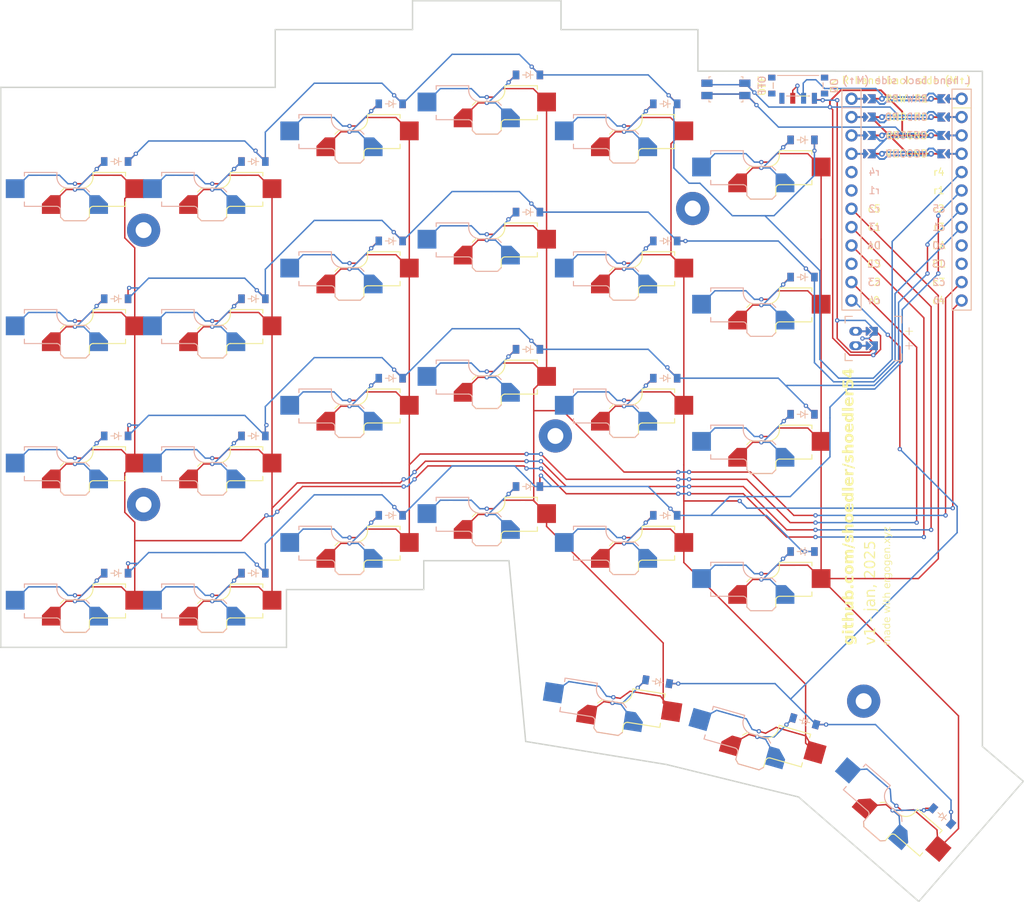
<source format=kicad_pcb>
(kicad_pcb (version 20241229) (generator "pcbnew") (generator_version "9.0")
  (title_block (title "shoedler54") (date "2026-01-09") (rev "v1.0.0") (company "Unknown"))
  (layers (0 "F.Cu" signal) (2 "B.Cu" signal) (13 "F.Paste" user) (15 "B.Paste" user) (5 "F.SilkS" user "F.Silkscreen") (7 "B.SilkS" user "B.Silkscreen") (1 "F.Mask" user) (3 "B.Mask" user) (25 "Edge.Cuts" user))
  (net 0 "")
  (net 1 "c0_r1")
  (net 2 "c0")
  (net 3 "GND")
  (net 4 "c0_r2")
  (net 5 "c0_r3")
  (net 6 "c0_r4")
  (net 7 "c1_r1")
  (net 8 "c1")
  (net 9 "c1_r2")
  (net 10 "c1_r3")
  (net 11 "c1_r4")
  (net 12 "c2_r1")
  (net 13 "c2")
  (net 14 "c2_r2")
  (net 15 "c2_r3")
  (net 16 "c2_r4")
  (net 17 "c3_r1")
  (net 18 "c3")
  (net 19 "c3_r2")
  (net 20 "c3_r3")
  (net 21 "c3_r4")
  (net 22 "c4_r1")
  (net 23 "c4")
  (net 24 "c4_r2")
  (net 25 "c4_r3")
  (net 26 "c4_r4")
  (net 27 "c5_r1")
  (net 28 "c5")
  (net 29 "c5_r2")
  (net 30 "c5_r3")
  (net 31 "c5_r4")
  (net 32 "c3_r0")
  (net 33 "c4_r0")
  (net 34 "c5_r0")
  (net 35 "r1")
  (net 36 "r2")
  (net 37 "r3")
  (net 38 "r4")
  (net 39 "r0")
  (net 40 "RAW")
  (net 41 "RST")
  (net 42 "VCC")
  (net 43 "P21")
  (net 44 "P20")
  (net 45 "CS")
  (net 46 "P1")
  (net 47 "P0")
  (net 48 "DA")
  (net 49 "CL")
  (net 50 "MCU1_24")
  (net 51 "MCU1_1")
  (net 52 "MCU1_23")
  (net 53 "MCU1_2")
  (net 54 "MCU1_22")
  (net 55 "MCU1_3")
  (net 56 "MCU1_21")
  (net 57 "MCU1_4")
  (net 58 "BAT_P")
  (net 59 "JST1_1")
  (net 60 "JST1_2")
  (footprint "ceoloide:diode_tht_sod123" (layer "F.Cu") (at 250.986165 170.513097 164)
    (property "Reference" "D26" (hide yes))
    (property "Value" "")
  )
  (footprint "ceoloide:diode_tht_sod123" (layer "F.Cu") (at 250.7 147 180)
    (property "Reference" "D21" (hide yes))
    (property "Value" "")
  )
  (footprint "ceoloide:diode_tht_sod123" (layer "F.Cu") (at 174.7 112 180)
    (property "Reference" "D7" (hide yes))
    (property "Value" "")
  )
  (footprint "ceoloide:diode_tht_sod123" (layer "F.Cu") (at 270.011904 183.650881 139)
    (property "Reference" "D27" (hide yes))
    (property "Value" "")
  )
  (footprint "ceoloide:diode_tht_sod123" (layer "F.Cu") (at 231.7 104 180)
    (property "Reference" "D19" (hide yes))
    (property "Value" "")
  )
  (footprint "ceoloide:diode_tht_sod123" (layer "F.Cu") (at 155.7 150 180)
    (property "Reference" "D1" (hide yes))
    (property "Value" "")
  )
  (footprint "ceoloide:diode_tht_sod123" (layer "F.Cu") (at 174.7 93 180)
    (property "Reference" "D8" (hide yes))
    (property "Value" "")
  )
  (footprint "ceoloide:diode_tht_sod123" (layer "F.Cu") (at 250.7 109 180)
    (property "Reference" "D23" (hide yes))
    (property "Value" "")
  )
  (footprint "ceoloide:power_switch_smd_side" (layer "F.Cu") (at 250.1 82.5 90)
    (property "Reference" "PWR1" (hide yes))
    (property "Value" "")
  )
  (footprint "ceoloide:diode_tht_sod123" (layer "F.Cu") (at 212.7 100 180)
    (property "Reference" "D15" (hide yes))
    (property "Value" "")
  )
  (footprint "ceoloide:diode_tht_sod123" (layer "F.Cu") (at 174.7 150 180)
    (property "Reference" "D5" (hide yes))
    (property "Value" "")
  )
  (footprint "ceoloide:diode_tht_sod123" (layer "F.Cu") (at 193.7 104 180)
    (property "Reference" "D11" (hide yes))
    (property "Value" "")
  )
  (footprint "ceoloide:mcu_supermini_nrf52840" (layer "F.Cu") (at 265.1 97)
    (property "Reference" "MCU1" (hide yes))
    (property "Value" "")
  )
  (footprint "ceoloide:diode_tht_sod123" (layer "F.Cu") (at 212.7 81 180)
    (property "Reference" "D16" (hide yes))
    (property "Value" "")
  )
  (footprint "ceoloide:diode_tht_sod123" (layer "F.Cu") (at 193.7 85 180)
    (property "Reference" "D12" (hide yes))
    (property "Value" "")
  )
  (footprint "ceoloide:mounting_hole_npth" (layer "F.Cu") (at 159.5 102.5)
    (property "Reference" "MH1" (hide yes))
    (property "Value" "")
  )
  (footprint "ceoloide:mounting_hole_npth" (layer "F.Cu") (at 216.5 131)
    (property "Reference" "MH5" (hide yes))
    (property "Value" "")
  )
  (footprint "ceoloide:diode_tht_sod123" (layer "F.Cu") (at 250.7 128 180)
    (property "Reference" "D22" (hide yes))
    (property "Value" "")
  )
  (footprint "ceoloide:mounting_hole_npth" (layer "F.Cu") (at 259.163733 167.726197 -19)
    (property "Reference" "MH4" (hide yes))
    (property "Value" "")
  )
  (footprint "ceoloide:mounting_hole_npth" (layer "F.Cu") (at 159.5 140.5)
    (property "Reference" "MH3" (hide yes))
    (property "Value" "")
  )
  (footprint "ceoloide:diode_tht_sod123" (layer "F.Cu") (at 231.7 142 180)
    (property "Reference" "D17" (hide yes))
    (property "Value" "")
  )
  (footprint "ceoloide:diode_tht_sod123" (layer "F.Cu") (at 193.7 142 180)
    (property "Reference" "D9" (hide yes))
    (property "Value" "")
  )
  (footprint "ceoloide:battery_connector_jst_ph_2" (layer "F.Cu") (at 258.06 117.5 90)
    (property "Reference" "JST1" (hide yes))
    (property "Value" "")
  )
  (footprint "ceoloide:diode_tht_sod123" (layer "F.Cu") (at 212.7 119 180)
    (property "Reference" "D14" (hide yes))
    (property "Value" "")
  )
  (footprint "ceoloide:diode_tht_sod123" (layer "F.Cu") (at 250.7 90 180)
    (property "Reference" "D24" (hide yes))
    (property "Value" "")
  )
  (footprint "ceoloide:diode_tht_sod123" (layer "F.Cu") (at 174.7 131 180)
    (property "Reference" "D6" (hide yes))
    (property "Value" "")
  )
  (footprint "ceoloide:diode_tht_sod123" (layer "F.Cu") (at 231.7 85 180)
    (property "Reference" "D20" (hide yes))
    (property "Value" "")
  )
  (footprint "ceoloide:reset_switch_smd_side" (layer "F.Cu") (at 240.1 83)
    (property "Reference" "RST1" (hide yes))
    (property "Value" "")
  )
  (footprint "ceoloide:diode_tht_sod123" (layer "F.Cu") (at 155.7 93 180)
    (property "Reference" "D4" (hide yes))
    (property "Value" "")
  )
  (footprint "ceoloide:mounting_hole_npth" (layer "F.Cu") (at 235.5 99.5)
    (property "Reference" "MH2" (hide yes))
    (property "Value" "")
  )
  (footprint "ceoloide:diode_tht_sod123" (layer "F.Cu") (at 230.627324 165.036677 171)
    (property "Reference" "D25" (hide yes))
    (property "Value" "")
  )
  (footprint "ceoloide:diode_tht_sod123" (layer "F.Cu") (at 155.7 131 180)
    (property "Reference" "D2" (hide yes))
    (property "Value" "")
  )
  (footprint "ceoloide:diode_tht_sod123" (layer "F.Cu") (at 155.7 112 180)
    (property "Reference" "D3" (hide yes))
    (property "Value" "")
  )
  (footprint "ceoloide:diode_tht_sod123" (layer "F.Cu") (at 193.7 123 180)
    (property "Reference" "D10" (hide yes))
    (property "Value" "")
  )
  (footprint "ceoloide:diode_tht_sod123" (layer "F.Cu") (at 212.7 138 180)
    (property "Reference" "D13" (hide yes))
    (property "Value" "")
  )
  (footprint "ceoloide:diode_tht_sod123" (layer "F.Cu") (at 231.7 123 180)
    (property "Reference" "D18" (hide yes))
    (property "Value" "")
  )
  (footprint "ceoloide:switch_choc_v1_v2" (layer "B.Cu") (at 226 104 180)
    (property "Reference" "S19" (hide yes))
    (property "Value" "")
  )
  (footprint "ceoloide:switch_choc_v1_v2" (layer "B.Cu") (at 169 131 180)
    (property "Reference" "S6" (hide yes))
    (property "Value" "")
  )
  (footprint "ceoloide:switch_choc_v1_v2" (layer "B.Cu") (at 245 90 180)
    (property "Reference" "S24" (hide yes))
    (property "Value" "")
  )
  (footprint "ceoloide:switch_choc_v1_v2" (layer "B.Cu") (at 169 93 180)
    (property "Reference" "S8" (hide yes))
    (property "Value" "")
  )
  (footprint "ceoloide:switch_choc_v1_v2" (layer "B.Cu") (at 169 112 180)
    (property "Reference" "S7" (hide yes))
    (property "Value" "")
  )
  (footprint "ceoloide:switch_choc_v1_v2" (layer "B.Cu") (at 150 93 180)
    (property "Reference" "S4" (hide yes))
    (property "Value" "")
  )
  (footprint "ceoloide:switch_choc_v1_v2" (layer "B.Cu") (at 224.9975 164.145 171)
    (property "Reference" "S25" (hide yes))
    (property "Value" "")
  )
  (footprint "ceoloide:switch_choc_v1_v2" (layer "B.Cu") (at 169 150 180)
    (property "Reference" "S5" (hide yes))
    (property "Value" "")
  )
  (footprint "ceoloide:switch_choc_v1_v2" (layer "B.Cu") (at 207 119 180)
    (property "Reference" "S14" (hide yes))
    (property "Value" "")
  )
  (footprint "ceoloide:switch_choc_v1_v2" (layer "B.Cu") (at 245 109 180)
    (property "Reference" "S23" (hide yes))
    (property "Value" "")
  )
  (footprint "ceoloide:switch_choc_v1_v2" (layer "B.Cu") (at 226 85 180)
    (property "Reference" "S20" (hide yes))
    (property "Value" "")
  )
  (footprint "ceoloide:switch_choc_v1_v2" (layer "B.Cu") (at 207 81 180)
    (property "Reference" "S16" (hide yes))
    (property "Value" "")
  )
  (footprint "ceoloide:switch_choc_v1_v2" (layer "B.Cu") (at 150 150 180)
    (property "Reference" "S1" (hide yes))
    (property "Value" "")
  )
  (footprint "ceoloide:switch_choc_v1_v2" (layer "B.Cu") (at 207 100 180)
    (property "Reference" "S15" (hide yes))
    (property "Value" "")
  )
  (footprint "ceoloide:switch_choc_v1_v2" (layer "B.Cu") (at 150 131 180)
    (property "Reference" "S2" (hide yes))
    (property "Value" "")
  )
  (footprint "ceoloide:switch_choc_v1_v2" (layer "B.Cu") (at 226 123 180)
    (property "Reference" "S18" (hide yes))
    (property "Value" "")
  )
  (footprint "ceoloide:switch_choc_v1_v2" (layer "B.Cu") (at 226 142 180)
    (property "Reference" "S17" (hide yes))
    (property "Value" "")
  )
  (footprint "ceoloide:switch_choc_v1_v2" (layer "B.Cu") (at 188 104 180)
    (property "Reference" "S11" (hide yes))
    (property "Value" "")
  )
  (footprint "ceoloide:switch_choc_v1_v2" (layer "B.Cu") (at 245 147 180)
    (property "Reference" "S21" (hide yes))
    (property "Value" "")
  )
  (footprint "ceoloide:switch_choc_v1_v2" (layer "B.Cu") (at 188 85 180)
    (property "Reference" "S12" (hide yes))
    (property "Value" "")
  )
  (footprint "ceoloide:switch_choc_v1_v2" (layer "B.Cu") (at 188 142 180)
    (property "Reference" "S9" (hide yes))
    (property "Value" "")
  )
  (footprint "ceoloide:switch_choc_v1_v2" (layer "B.Cu") (at 150 112 180)
    (property "Reference" "S3" (hide yes))
    (property "Value" "")
  )
  (footprint "ceoloide:switch_choc_v1_v2" (layer "B.Cu") (at 207 138 180)
    (property "Reference" "S13" (hide yes))
    (property "Value" "")
  )
  (footprint "ceoloide:switch_choc_v1_v2" (layer "B.Cu") (at 245 128 180)
    (property "Reference" "S22" (hide yes))
    (property "Value" "")
  )
  (footprint "ceoloide:switch_choc_v1_v2" (layer "B.Cu") (at 265.710059 179.911345 139)
    (property "Reference" "S27" (hide yes))
    (property "Value" "")
  )
  (footprint "ceoloide:switch_choc_v1_v2" (layer "B.Cu") (at 245.506973 168.941964 164)
    (property "Reference" "S26" (hide yes))
    (property "Value" "")
  )
  (footprint "ceoloide:switch_choc_v1_v2" (layer "B.Cu") (at 188 123 180)
    (property "Reference" "S10" (hide yes))
    (property "Value" "")
  )
  (gr_line (start 250.156335 180.998967) (end 266.797682 195.465069) (stroke (width 0.2)) (layer "Edge.Cuts"))
  (gr_line (start 139.725 160.275) (end 179.275 160.275) (stroke (width 0.2)) (layer "Edge.Cuts"))
  (gr_line (start 179.275 152.275) (end 198.275 152.275) (stroke (width 0.2)) (layer "Edge.Cuts"))
  (gr_line (start 275.6 174) (end 275.6 80.5) (stroke (width 0.2)) (layer "Edge.Cuts"))
  (gr_line (start 231.870161 176.500972) (end 250.156335 180.998967) (stroke (width 0.2)) (layer "Edge.Cuts"))
  (gr_line (start 198.275 152.275) (end 198.275 148.275) (stroke (width 0.2)) (layer "Edge.Cuts"))
  (gr_line (start 196.725 74.725) (end 177.725 74.725) (stroke (width 0.2)) (layer "Edge.Cuts"))
  (gr_line (start 179.275 160.275) (end 179.275 152.275) (stroke (width 0.2)) (layer "Edge.Cuts"))
  (gr_line (start 210.069331 148.275) (end 212.383546 173.309574) (stroke (width 0.2)) (layer "Edge.Cuts"))
  (gr_line (start 196.725 70.725) (end 196.725 74.725) (stroke (width 0.2)) (layer "Edge.Cuts"))
  (gr_line (start 236.225 74.725) (end 236.225 80.475) (stroke (width 0.2)) (layer "Edge.Cuts"))
  (gr_line (start 217.275 70.725) (end 196.725 70.725) (stroke (width 0.2)) (layer "Edge.Cuts"))
  (gr_line (start 139.725 82.725) (end 177.725 82.725) (stroke (width 0.2)) (layer "Edge.Cuts"))
  (gr_line (start 236.225 80.475) (end 255.275 80.475) (stroke (width 0.2)) (layer "Edge.Cuts"))
  (gr_line (start 255.275 80.487336) (end 255.275 80.475) (stroke (width 0.2)) (layer "Edge.Cuts"))
  (gr_line (start 217.275 74.725) (end 217.275 70.725) (stroke (width 0.2)) (layer "Edge.Cuts"))
  (gr_line (start 212.383546 173.309574) (end 231.870161 176.500972) (stroke (width 0.2)) (layer "Edge.Cuts"))
  (gr_line (start 266.797682 195.465069) (end 281.263783 178.823722) (stroke (width 0.2)) (layer "Edge.Cuts"))
  (gr_line (start 281.263783 178.823722) (end 275.6 174) (stroke (width 0.2)) (layer "Edge.Cuts"))
  (gr_line (start 139.725 160.275) (end 139.725 82.725) (stroke (width 0.2)) (layer "Edge.Cuts"))
  (gr_line (start 236.225 74.725) (end 217.275 74.725) (stroke (width 0.2)) (layer "Edge.Cuts"))
  (gr_line (start 177.725 74.725) (end 177.725 82.725) (stroke (width 0.2)) (layer "Edge.Cuts"))
  (gr_line (start 198.275 148.275) (end 210.069331 148.275) (stroke (width 0.2)) (layer "Edge.Cuts"))
  (gr_line (start 275.6 80.5) (end 255.275 80.487336) (stroke (width 0.2)) (layer "Edge.Cuts"))
  (gr_text "github.com/shoedler/shoedler54" (at 258 160 90) (layer "F.SilkS") (effects (font (size 1.5 1.5) (thickness 0.3) (bold yes)) (justify left bottom)))
  (gr_text "v1 - jan, 2025" (at 261 160 90) (layer "F.SilkS") (effects (font (size 1.5 1.5) (thickness 0.1875)) (justify left bottom)))
  (gr_text "made with ergogen.xyz" (at 263 160 90) (layer "F.SilkS") (effects (font (size 1 1) (thickness 0.1875)) (justify left bottom)))
  (segment (start 148.8 153.875) (end 150 153.875) (width 0.2) (layer "F.Cu") (net 1))
  (segment (start 146.725 155.95) (end 148.8 153.875) (width 0.2) (layer "F.Cu") (net 1))
  (segment (start 154.05 150) (end 154 150) (width 0.2) (layer "F.Cu") (net 1))
  (segment (start 154 150) (end 153 151) (width 0.2) (layer "F.Cu") (net 1))
  (via (at 153.025 151.025) (size 0.6) (drill 0.3) (layers "F.Cu" "B.Cu") (net 1))
  (via (at 150 153.875) (size 0.6) (drill 0.3) (layers "F.Cu" "B.Cu") (net 1))
  (segment (start 153.275 155.95) (end 151.2 153.875) (width 0.2) (layer "B.Cu") (net 1))
  (segment (start 154.05 150) (end 153.025 151.025) (width 0.2) (layer "B.Cu") (net 1))
  (segment (start 150.175 153.875) (end 150 153.875) (width 0.2) (layer "B.Cu") (net 1))
  (segment (start 151.2 153.875) (end 150 153.875) (width 0.2) (layer "B.Cu") (net 1))
  (segment (start 153.025 151.025) (end 150.175 153.875) (width 0.2) (layer "B.Cu") (net 1))
  (segment (start 156.899 98.126) (end 156.899 103.57737) (width 0.2) (layer "F.Cu") (net 2))
  (segment (start 197 137) (end 198.851 135.149) (width 0.2) (layer "F.Cu") (net 2))
  (segment (start 212.149 135.149) (end 212.5 135.5) (width 0.2) (layer "F.Cu") (net 2))
  (segment (start 158.275 115.75) (end 156.421 113.896) (width 0.2) (layer "F.Cu") (net 2))
  (segment (start 150.975 96.075) (end 150 96.075) (width 0.2) (layer "F.Cu") (net 2))
  (segment (start 156.421 151.896) (end 152.154 151.896) (width 0.2) (layer "F.Cu") (net 2))
  (segment (start 267.5 114.64) (end 267.5 145) (width 0.2) (layer "F.Cu") (net 2))
  (segment (start 242.5 139) (end 248.5 145) (width 0.2) (layer "F.Cu") (net 2))
  (segment (start 267.43 114.57) (end 267.5 114.64) (width 0.2) (layer "F.Cu") (net 2))
  (segment (start 156.899 136.126) (end 156.899 141.57737) (width 0.2) (layer "F.Cu") (net 2))
  (segment (start 248.5 145) (end 252.5 145) (width 0.2) (layer "F.Cu") (net 2))
  (segment (start 156.421 132.896) (end 152.154 132.896) (width 0.2) (layer "F.Cu") (net 2))
  (segment (start 235 139) (end 242.5 139) (width 0.2) (layer "F.Cu") (net 2))
  (segment (start 158.275 145.5) (end 173 145.5) (width 0.2) (layer "F.Cu") (net 2))
  (segment (start 178 141.5) (end 181.5 138) (width 0.2) (layer "F.Cu") (net 2))
  (segment (start 218 139) (end 233.5 139) (width 0.2) (layer "F.Cu") (net 2))
  (segment (start 158.275 134.75) (end 156.899 136.126) (width 0.2) (layer "F.Cu") (net 2))
  (segment (start 150.975 115.075) (end 150 115.075) (width 0.2) (layer "F.Cu") (net 2))
  (segment (start 158.275 96.75) (end 156.899 98.126) (width 0.2) (layer "F.Cu") (net 2))
  (segment (start 152.154 94.896) (end 150.975 96.075) (width 0.2) (layer "F.Cu") (net 2))
  (segment (start 158.275 134.75) (end 156.421 132.896) (width 0.2) (layer "F.Cu") (net 2))
  (segment (start 182.5 138) (end 183.5 138) (width 0.2) (layer "F.Cu") (net 2))
  (segment (start 152.154 151.896) (end 150.975 153.075) (width 0.2) (layer "F.Cu") (net 2))
  (segment (start 156.421 94.896) (end 152.154 94.896) (width 0.2) (layer "F.Cu") (net 2))
  (segment (start 158.275 153.75) (end 156.421 151.896) (width 0.2) (layer "F.Cu") (net 2))
  (segment (start 198.851 135.149) (end 212.149 135.149) (width 0.2) (layer "F.Cu") (net 2))
  (segment (start 173 145.5) (end 176.5 142) (width 0.2) (layer "F.Cu") (net 2))
  (segment (start 181.5 138) (end 182.5 138) (width 0.2) (layer "F.Cu") (net 2))
  (segment (start 158.275 145.5) (end 158.275 153.75) (width 0.2) (layer "F.Cu") (net 2))
  (segment (start 183.5 138) (end 195.5 138) (width 0.2) (layer "F.Cu") (net 2))
  (segment (start 158.275 96.75) (end 156.421 94.896) (width 0.2) (layer "F.Cu") (net 2))
  (segment (start 156.899 103.57737) (end 158.275 104.95337) (width 0.2) (layer "F.Cu") (net 2))
  (segment (start 152.154 113.896) (end 150.975 115.075) (width 0.2) (layer "F.Cu") (net 2))
  (segment (start 152.154 132.896) (end 150.975 134.075) (width 0.2) (layer "F.Cu") (net 2))
  (segment (start 150.975 153.075) (end 150 153.075) (width 0.2) (layer "F.Cu") (net 2))
  (segment (start 158.275 142.95337) (end 158.275 145.5) (width 0.2) (layer "F.Cu") (net 2))
  (segment (start 156.899 141.57737) (end 158.275 142.95337) (width 0.2) (layer "F.Cu") (net 2))
  (segment (start 158.275 115.75) (end 158.275 134.75) (width 0.2) (layer "F.Cu") (net 2))
  (segment (start 214.5 135.5) (end 218 139) (width 0.2) (layer "F.Cu") (net 2))
  (segment (start 267.43 114.57) (end 257.48 104.62) (width 0.2) (layer "F.Cu") (net 2))
  (segment (start 150.975 134.075) (end 150 134.075) (width 0.2) (layer "F.Cu") (net 2))
  (segment (start 156.421 113.896) (end 152.154 113.896) (width 0.2) (layer "F.Cu") (net 2))
  (segment (start 158.275 104.95337) (end 158.275 115.75) (width 0.2) (layer "F.Cu") (net 2))
  (via (at 214.5 135.5) (size 0.6) (drill 0.3) (layers "F.Cu" "B.Cu") (net 2))
  (via (at 212.5 135.5) (size 0.6) (drill 0.3) (layers "F.Cu" "B.Cu") (net 2))
  (via (at 195.5 138) (size 0.6) (drill 0.3) (layers "F.Cu" "B.Cu") (net 2))
  (via (at 267.5 145) (size 0.6) (drill 0.3) (layers "F.Cu" "B.Cu") (net 2))
  (via (at 150 134.075) (size 0.6) (drill 0.3) (layers "F.Cu" "B.Cu") (net 2))
  (via (at 176.5 142) (size 0.6) (drill 0.3) (layers "F.Cu" "B.Cu") (net 2))
  (via (at 252.5 145) (size 0.6) (drill 0.3) (layers "F.Cu" "B.Cu") (net 2))
  (via (at 197 137) (size 0.6) (drill 0.3) (layers "F.Cu" "B.Cu") (net 2))
  (via (at 150 153.075) (size 0.6) (drill 0.3) (layers "F.Cu" "B.Cu") (net 2))
  (via (at 235 139) (size 0.6) (drill 0.3) (layers "F.Cu" "B.Cu") (net 2))
  (via (at 233.5 139) (size 0.6) (drill 0.3) (layers "F.Cu" "B.Cu") (net 2))
  (via (at 178 141.5) (size 0.6) (drill 0.3) (layers "F.Cu" "B.Cu") (net 2))
  (via (at 150 96.075) (size 0.6) (drill 0.3) (layers "F.Cu" "B.Cu") (net 2))
  (via (at 150 115.075) (size 0.6) (drill 0.3) (layers "F.Cu" "B.Cu") (net 2))
  (segment (start 143.579 132.896) (end 147.859834 132.896) (width 0.2) (layer "B.Cu") (net 2))
  (segment (start 149.038834 134.075) (end 150 134.075) (width 0.2) (layer "B.Cu") (net 2))
  (segment (start 195.5 138) (end 196 138) (width 0.2) (layer "B.Cu") (net 2))
  (segment (start 149.038834 115.075) (end 150 115.075) (width 0.2) (layer "B.Cu") (net 2))
  (segment (start 143.579 94.896) (end 147.859834 94.896) (width 0.2) (layer "B.Cu") (net 2))
  (segment (start 252.5 145) (end 267.5 145) (width 0.2) (layer "B.Cu") (net 2))
  (segment (start 176.5 142) (end 176.601 142.101) (width 0.2) (layer "B.Cu") (net 2))
  (segment (start 176.601 142.101) (end 177.399 142.101) (width 0.2) (layer "B.Cu") (net 2))
  (segment (start 147.859834 151.896) (end 149.038834 153.075) (width 0.2) (layer "B.Cu") (net 2))
  (segment (start 212.5 135.5) (end 214.5 135.5) (width 0.2) (layer "B.Cu") (net 2))
  (segment (start 233.5 139) (end 235 139) (width 0.2) (layer "B.Cu") (net 2))
  (segment (start 149.038834 96.075) (end 150 96.075) (width 0.2) (layer "B.Cu") (net 2))
  (segment (start 149.038834 153.075) (end 150 153.075) (width 0.2) (layer "B.Cu") (net 2))
  (segment (start 147.859834 113.896) (end 149.038834 115.075) (width 0.2) (layer "B.Cu") (net 2))
  (segment (start 143.579 113.896) (end 147.859834 113.896) (width 0.2) (layer "B.Cu") (net 2))
  (segment (start 141.725 115.75) (end 143.579 113.896) (width 0.2) (layer "B.Cu") (net 2))
  (segment (start 143.579 151.896) (end 147.859834 151.896) (width 0.2) (layer "B.Cu") (net 2))
  (segment (start 141.725 96.75) (end 143.579 94.896) (width 0.2) (layer "B.Cu") (net 2))
  (segment (start 196 138) (end 197 137) (width 0.2) (layer "B.Cu") (net 2))
  (segment (start 147.859834 132.896) (end 149.038834 134.075) (width 0.2) (layer "B.Cu") (net 2))
  (segment (start 177.399 142.101) (end 178 141.5) (width 0.2) (layer "B.Cu") (net 2))
  (segment (start 141.725 153.75) (end 143.579 151.896) (width 0.2) (layer "B.Cu") (net 2))
  (segment (start 141.725 134.75) (end 143.579 132.896) (width 0.2) (layer "B.Cu") (net 2))
  (segment (start 147.859834 94.896) (end 149.038834 96.075) (width 0.2) (layer "B.Cu") (net 2))
  (segment (start 265.26672 91.92) (end 262.72672 89.38) (width 0.25) (layer "F.Cu") (net 3))
  (segment (start 264.5 86.07328) (end 261.55072 83.124) (width 0.25) (layer "F.Cu") (net 3))
  (segment (start 255.990702 83.124) (end 254.5 84.614702) (width 0.25) (layer "F.Cu") (net 3))
  (segment (start 254.5 85.451) (end 254.876 85.827) (width 0.2) (layer "F.Cu") (net 3))
  (segment (start 264.5 89.38) (end 264.5 86.07328) (width 0.25) (layer "F.Cu") (net 3))
  (segment (start 242.524 82.351) (end 242.725 82.15) (width 0.2) (layer "F.Cu") (net 3))
  (segment (start 260.5 119.802) (end 260.71533 119.802) (width 0.2) (layer "F.Cu") (net 3))
  (segment (start 242.757112 82.15) (end 244.044869 83.437757) (width 0.2) (layer "F.Cu") (net 3))
  (segment (start 254.876 117.432306) (end 257.245694 119.802) (width 0.2) (layer "F.Cu") (net 3))
  (segment (start 254.876 85.827) (end 254.876 117.432306) (width 0.2) (layer "F.Cu") (net 3))
  (segment (start 261.55072 83.124) (end 255.990702 83.124) (width 0.25) (layer "F.Cu") (net 3))
  (segment (start 260.71533 119.802) (end 261.5 119.01733) (width 0.2) (layer "F.Cu") (net 3))
  (segment (start 260.325 86.84) (end 260.325 86.97828) (width 0.25) (layer "F.Cu") (net 3))
  (segment (start 262.72672 89.38) (end 264.5 89.38) (width 0.25) (layer "F.Cu") (net 3))
  (segment (start 264.5 89.38) (end 268.5 89.38) (width 0.25) (layer "F.Cu") (net 3))
  (segment (start 269.875 89.38) (end 268.5 89.38) (width 0.25) (layer "F.Cu") (net 3))
  (segment (start 269.875 91.92) (end 268.5 91.92) (width 0.25) (layer "F.Cu") (net 3))
  (segment (start 260.325 86.97828) (end 262.72672 89.38) (width 0.25) (layer "F.Cu") (net 3))
  (segment (start 257.245694 119.802) (end 260.5 119.802) (width 0.2) (layer "F.Cu") (net 3))
  (segment (start 268.5 91.92) (end 265.26672 91.92) (width 0.25) (layer "F.Cu") (net 3))
  (segment (start 261.5 119.01733) (end 261.5 117.124) (width 0.2) (layer "F.Cu") (net 3))
  (segment (start 237.676 82.351) (end 242.524 82.351) (width 0.2) (layer "F.Cu") (net 3))
  (segment (start 254.5 84.614702) (end 254.5 85.451) (width 0.25) (layer "F.Cu") (net 3))
  (segment (start 237.475 82.15) (end 237.676 82.351) (width 0.2) (layer "F.Cu") (net 3))
  (segment (start 261.5 117.124) (end 260.876 116.5) (width 0.2) (layer "F.Cu") (net 3))
  (segment (start 260.325 86.84) (end 261.7 86.84) (width 0.25) (layer "F.Cu") (net 3))
  (segment (start 242.725 82.15) (end 242.757112 82.15) (width 0.2) (layer "F.Cu") (net 3))
  (via (at 260.5 119.802) (size 0.6) (drill 0.3) (layers "F.Cu" "B.Cu") (net 3))
  (via (at 254.5 85.451) (size 0.6) (drill 0.3) (layers "F.Cu" "B.Cu") (net 3))
  (via (at 244.044869 83.437757) (size 0.6) (drill 0.3) (layers "F.Cu" "B.Cu") (net 3))
  (segment (start 242.725 82.15) (end 246.026 85.451) (width 0.2) (layer "B.Cu") (net 3))
  (segment (start 262.831 85.451) (end 264 86.62) (width 0.2) (layer "B.Cu") (net 3))
  (segment (start 262.495305 92.15) (end 268.27 92.15) (width 0.25) (layer "B.Cu") (net 3))
  (segment (start 268.199695 86.115) (end 267.694695 86.62) (width 0.25) (layer "B.Cu") (net 3))
  (segment (start 268.800305 86.115) (end 268.199695 86.115) (width 0.25) (layer "B.Cu") (net 3))
  (segment (start 246.026 85.451) (end 254.5 85.451) (width 0.2) (layer "B.Cu") (net 3))
  (segment (start 260.325 91.92) (end 260.674695 91.92) (width 0.25) (layer "B.Cu") (net 3))
  (segment (start 260.674695 91.92) (end 261.399695 92.645) (width 0.25) (layer "B.Cu") (net 3))
  (segment (start 267.694695 86.62) (end 264 86.62) (width 0.25) (layer "B.Cu") (net 3))
  (segment (start 264 86.62) (end 261.92 86.62) (width 0.25) (layer "B.Cu") (net 3))
  (segment (start 254.5 85.451) (end 262.831 85.451) (width 0.2) (layer "B.Cu") (net 3))
  (segment (start 260.325 89.38) (end 260.674695 89.38) (width 0.25) (layer "B.Cu") (net 3))
  (segment (start 260.325 91.92) (end 260.325 91.780305) (width 0.25) (layer "B.Cu") (net 3))
  (segment (start 242.524 82.351) (end 242.725 82.15) (width 0.2) (layer "B.Cu") (net 3))
  (segment (start 260.325 91.780305) (end 262.000305 90.105) (width 0.25) (layer "B.Cu") (net 3))
  (segment (start 269.525305 86.84) (end 268.800305 86.115) (width 0.25) (layer "B.Cu") (net 3))
  (segment (start 262.000305 92.645) (end 262.495305 92.15) (width 0.25) (layer "B.Cu") (net 3))
  (segment (start 261.399695 92.645) (end 262.000305 92.645) (width 0.25) (layer "B.Cu") (net 3))
  (segment (start 260.674695 89.38) (end 261.399695 90.105) (width 0.25) (layer "B.Cu") (net 3))
  (segment (start 269.875 86.84) (end 269.525305 86.84) (width 0.25) (layer "B.Cu") (net 3))
  (segment (start 261.399695 90.105) (end 262.000305 90.105) (width 0.25) (layer "B.Cu") (net 3))
  (segment (start 262.495305 89.61) (end 268.27 89.61) (width 0.25) (layer "B.Cu") (net 3))
  (segment (start 260.876 119.327442) (end 260.398628 119.804814) (width 0.2) (layer "B.Cu") (net 3))
  (segment (start 237.676 82.351) (end 242.524 82.351) (width 0.2) (layer "B.Cu") (net 3))
  (segment (start 262.000305 90.105) (end 262.495305 89.61) (width 0.25) (layer "B.Cu") (net 3))
  (segment (start 260.876 118.5) (end 260.876 119.327442) (width 0.2) (layer "B.Cu") (net 3))
  (segment (start 237.475 82.15) (end 237.676 82.351) (width 0.2) (layer "B.Cu") (net 3))
  (segment (start 154.05 131) (end 154 131) (width 0.2) (layer "F.Cu") (net 4))
  (segment (start 146.725 136.95) (end 148.8 134.875) (width 0.2) (layer "F.Cu") (net 4))
  (segment (start 148.8 134.875) (end 150 134.875) (width 0.2) (layer "F.Cu") (net 4))
  (segment (start 154 131) (end 153 132) (width 0.2) (layer "F.Cu") (net 4))
  (via (at 153 132) (size 0.6) (drill 0.3) (layers "F.Cu" "B.Cu") (net 4))
  (via (at 150 134.875) (size 0.6) (drill 0.3) (layers "F.Cu" "B.Cu") (net 4))
  (segment (start 150.175 134.875) (end 150 134.875) (width 0.2) (layer "B.Cu") (net 4))
  (segment (start 153.275 136.95) (end 151.2 134.875) (width 0.2) (layer "B.Cu") (net 4))
  (segment (start 154.05 131) (end 150.175 134.875) (width 0.2) (layer "B.Cu") (net 4))
  (segment (start 151.2 134.875) (end 150 134.875) (width 0.2) (layer "B.Cu") (net 4))
  (segment (start 154 112) (end 153 113) (width 0.2) (layer "F.Cu") (net 5))
  (segment (start 146.725 117.95) (end 148.8 115.875) (width 0.2) (layer "F.Cu") (net 5))
  (segment (start 148.8 115.875) (end 150 115.875) (width 0.2) (layer "F.Cu") (net 5))
  (segment (start 154.05 112) (end 154 112) (width 0.2) (layer "F.Cu") (net 5))
  (via (at 150 115.875) (size 0.6) (drill 0.3) (layers "F.Cu" "B.Cu") (net 5))
  (via (at 153 113) (size 0.6) (drill 0.3) (layers "F.Cu" "B.Cu") (net 5))
  (segment (start 154.05 112) (end 150.175 115.875) (width 0.2) (layer "B.Cu") (net 5))
  (segment (start 151.2 115.875) (end 150 115.875) (width 0.2) (layer "B.Cu") (net 5))
  (segment (start 150.175 115.875) (end 150 115.875) (width 0.2) (layer "B.Cu") (net 5))
  (segment (start 153.275 117.95) (end 151.2 115.875) (width 0.2) (layer "B.Cu") (net 5))
  (segment (start 148.8 96.875) (end 150 96.875) (width 0.2) (layer "F.Cu") (net 6))
  (segment (start 146.725 98.95) (end 148.8 96.875) (width 0.2) (layer "F.Cu") (net 6))
  (segment (start 154.05 93) (end 154 93) (width 0.2) (layer "F.Cu") (net 6))
  (segment (start 154 93) (end 153 94) (width 0.2) (layer "F.Cu") (net 6))
  (via (at 150 96.875) (size 0.6) (drill 0.3) (layers "F.Cu" "B.Cu") (net 6))
  (via (at 153.025 94.025) (size 0.6) (drill 0.3) (layers "F.Cu" "B.Cu") (net 6))
  (segment (start 153.275 98.95) (end 151.2 96.875) (width 0.2) (layer "B.Cu") (net 6))
  (segment (start 153.025 94.025) (end 150.175 96.875) (width 0.2) (layer "B.Cu") (net 6))
  (segment (start 150.175 96.875) (end 150 96.875) (width 0.2) (layer "B.Cu") (net 6))
  (segment (start 154.05 93) (end 153.025 94.025) (width 0.2) (layer "B.Cu") (net 6))
  (segment (start 151.2 96.875) (end 150 96.875) (width 0.2) (layer "B.Cu") (net 6))
  (segment (start 167.8 153.875) (end 169 153.875) (width 0.2) (layer "F.Cu") (net 7))
  (segment (start 173 150) (end 172 151) (width 0.2) (layer "F.Cu") (net 7))
  (segment (start 165.725 155.95) (end 167.8 153.875) (width 0.2) (layer "F.Cu") (net 7))
  (via (at 169 153.875) (size 0.6) (drill 0.3) (layers "F.Cu" "B.Cu") (net 7))
  (via (at 172.025 151.025) (size 0.6) (drill 0.3) (layers "F.Cu" "B.Cu") (net 7))
  (segment (start 172.275 155.95) (end 170.2 153.875) (width 0.2) (layer "B.Cu") (net 7))
  (segment (start 170.2 153.875) (end 169 153.875) (width 0.2) (layer "B.Cu") (net 7))
  (segment (start 169.175 153.875) (end 169 153.875) (width 0.2) (layer "B.Cu") (net 7))
  (segment (start 172.025 151.025) (end 169.175 153.875) (width 0.2) (layer "B.Cu") (net 7))
  (segment (start 173.05 150) (end 172.025 151.025) (width 0.2) (layer "B.Cu") (net 7))
  (segment (start 177.275 134.75) (end 175.421 132.896) (width 0.2) (layer "F.Cu") (net 8))
  (segment (start 180.775 137.5) (end 192.5 137.5) (width 0.2) (layer "F.Cu") (net 8))
  (segment (start 177.275 141) (end 180.775 137.5) (width 0.2) (layer "F.Cu") (net 8))
  (segment (start 195 137.5) (end 195.5 137) (width 0.2) (layer "F.Cu") (net 8))
  (segment (start 177.275 96.75) (end 175.421 94.896) (width 0.2) (layer "F.Cu") (net 8))
  (segment (start 175.421 132.896) (end 171.154 132.896) (width 0.2) (layer "F.Cu") (net 8))
  (segment (start 192.5 137.5) (end 195 137.5) (width 0.2) (layer "F.Cu") (net 8))
  (segment (start 177.275 153.75) (end 175.421 151.896) (width 0.2) (layer "F.Cu") (net 8))
  (segment (start 214.5 134.5) (end 218 138) (width 0.2) (layer "F.Cu") (net 8))
  (segment (start 169.975 134.075) (end 169 134.075) (width 0.2) (layer "F.Cu") (net 8))
  (segment (start 242.5 138) (end 248.5 144) (width 0.2) (layer "F.Cu") (net 8))
  (segment (start 198.5 134.5) (end 212.5 134.5) (width 0.2) (layer "F.Cu") (net 8))
  (segment (start 169.975 115.075) (end 169 115.075) (width 0.2) (layer "F.Cu") (net 8))
  (segment (start 169.975 153.075) (end 169 153.075) (width 0.2) (layer "F.Cu") (net 8))
  (segment (start 218 138) (end 233.5 138) (width 0.2) (layer "F.Cu") (net 8))
  (segment (start 177.275 115.75) (end 177.275 96.75) (width 0.2) (layer "F.Cu") (net 8))
  (segment (start 235 138) (end 242.5 138) (width 0.2) (layer "F.Cu") (net 8))
  (segment (start 169.975 96.075) (end 169 96.075) (width 0.2) (layer "F.Cu") (net 8))
  (segment (start 248.5 144) (end 252.5 144) (width 0.2) (layer "F.Cu") (net 8))
  (segment (start 171.154 151.896) (end 169.975 153.075) (width 0.2) (layer "F.Cu") (net 8))
  (segment (start 197 136) (end 198.5 134.5) (width 0.2) (layer "F.Cu") (net 8))
  (segment (start 175.421 94.896) (end 171.154 94.896) (width 0.2) (layer "F.Cu") (net 8))
  (segment (start 177.275 134.75) (end 177.275 141) (width 0.2) (layer "F.Cu") (net 8))
  (segment (start 175.421 151.896) (end 171.154 151.896) (width 0.2) (layer "F.Cu") (net 8))
  (segment (start 175.421 113.896) (end 171.154 113.896) (width 0.2) (layer "F.Cu") (net 8))
  (segment (start 177.275 134.75) (end 177.275 115.75) (width 0.2) (layer "F.Cu") (net 8))
  (segment (start 171.154 132.896) (end 169.975 134.075) (width 0.2) (layer "F.Cu") (net 8))
  (segment (start 268.5 113.1) (end 268.5 144) (width 0.2) (layer "F.Cu") (net 8))
  (segment (start 171.154 94.896) (end 169.975 96.075) (width 0.2) (layer "F.Cu") (net 8))
  (segment (start 177.275 141) (end 177.275 153.75) (width 0.2) (layer "F.Cu") (net 8))
  (segment (start 257.48 102.08) (end 268.5 113.1) (width 0.2) (layer "F.Cu") (net 8))
  (segment (start 177.275 115.75) (end 175.421 113.896) (width 0.2) (layer "F.Cu") (net 8))
  (segment (start 171.154 113.896) (end 169.975 115.075) (width 0.2) (layer "F.Cu") (net 8))
  (via (at 212.5 134.5) (size 0.6) (drill 0.3) (layers "F.Cu" "B.Cu") (net 8))
  (via (at 195.5 137) (size 0.6) (drill 0.3) (layers "F.Cu" "B.Cu") (net 8))
  (via (at 197 136) (size 0.6) (drill 0.3) (layers "F.Cu" "B.Cu") (net 8))
  (via (at 252.5 144) (size 0.6) (drill 0.3) (layers "F.Cu" "B.Cu") (net 8))
  (via (at 233.5 138) (size 0.6) (drill 0.3) (layers "F.Cu" "B.Cu") (net 8))
  (via (at 214.5 134.5) (size 0.6) (drill 0.3) (layers "F.Cu" "B.Cu") (net 8))
  (via (at 268.5 144) (size 0.6) (drill 0.3) (layers "F.Cu" "B.Cu") (net 8))
  (via (at 169 96.075) (size 0.6) (drill 0.3) (layers "F.Cu" "B.Cu") (net 8))
  (via (at 235 138) (size 0.6) (drill 0.3) (layers "F.Cu" "B.Cu") (net 8))
  (via (at 169 134.075) (size 0.6) (drill 0.3) (layers "F.Cu" "B.Cu") (net 8))
  (via (at 169 115.075) (size 0.6) (drill 0.3) (layers "F.Cu" "B.Cu") (net 8))
  (via (at 169 153.075) (size 0.6) (drill 0.3) (layers "F.Cu" "B.Cu") (net 8))
  (segment (start 166.859834 94.896) (end 168.038834 96.075) (width 0.2) (layer "B.Cu") (net 8))
  (segment (start 168.038834 96.075) (end 169 96.075) (width 0.2) (layer "B.Cu") (net 8))
  (segment (start 168.038834 115.075) (end 169 115.075) (width 0.2) (layer "B.Cu") (net 8))
  (segment (start 162.579 94.896) (end 166.859834 94.896) (width 0.2) (layer "B.Cu") (net 8))
  (segment (start 160.725 96.75) (end 162.579 94.896) (width 0.2) (layer "B.Cu") (net 8))
  (segment (start 168.038834 134.075) (end 169 134.075) (width 0.2) (layer "B.Cu") (net 8))
  (segment (start 233.5 138) (end 235 138) (width 0.2) (layer "B.Cu") (net 8))
  (segment (start 195.5 137) (end 196 137) (width 0.2) (layer "B.Cu") (net 8))
  (segment (start 212.5 134.5) (end 214.5 134.5) (width 0.2) (layer "B.Cu") (net 8))
  (segment (start 166.859834 151.896) (end 168.038834 153.075) (width 0.2) (layer "B.Cu") (net 8))
  (segment (start 162.579 151.896) (end 166.859834 151.896) (width 0.2) (layer "B.Cu") (net 8))
  (segment (start 168.038834 153.075) (end 169 153.075) (width 0.2) (layer "B.Cu") (net 8))
  (segment (start 196 137) (end 197 136) (width 0.2) (layer "B.Cu") (net 8))
  (segment (start 166.859834 132.896) (end 168.038834 134.075) (width 0.2) (layer "B.Cu") (net 8))
  (segment (start 160.725 115.75) (end 162.579 113.896) (width 0.2) (layer "B.Cu") (net 8))
  (segment (start 160.725 134.75) (end 162.579 132.896) (width 0.2) (layer "B.Cu") (net 8))
  (segment (start 162.579 113.896) (end 166.859834 113.896) (width 0.2) (layer "B.Cu") (net 8))
  (segment (start 162.579 132.896) (end 166.859834 132.896) (width 0.2) (layer "B.Cu") (net 8))
  (segment (start 268.5 144) (end 252.5 144) (width 0.2) (layer "B.Cu") (net 8))
  (segment (start 166.859834 113.896) (end 168.038834 115.075) (width 0.2) (layer "B.Cu") (net 8))
  (segment (start 160.725 153.75) (end 162.579 151.896) (width 0.2) (layer "B.Cu") (net 8))
  (segment (start 172 132.05) (end 172 132) (width 0.2) (layer "F.Cu") (net 9))
  (segment (start 173.05 131) (end 172 132.05) (width 0.2) (layer "F.Cu") (net 9))
  (segment (start 165.725 136.95) (end 167.8 134.875) (width 0.2) (layer "F.Cu") (net 9))
  (segment (start 167.8 134.875) (end 169 134.875) (width 0.2) (layer "F.Cu") (net 9))
  (via (at 169 134.875) (size 0.6) (drill 0.3) (layers "F.Cu" "B.Cu") (net 9))
  (via (at 172 132) (size 0.6) (drill 0.3) (layers "F.Cu" "B.Cu") (net 9))
  (segment (start 169.175 134.875) (end 169 134.875) (width 0.2) (layer "B.Cu") (net 9))
  (segment (start 170.2 134.875) (end 169 134.875) (width 0.2) (layer "B.Cu") (net 9))
  (segment (start 172.275 136.95) (end 170.2 134.875) (width 0.2) (layer "B.Cu") (net 9))
  (segment (start 173.05 131) (end 169.175 134.875) (width 0.2) (layer "B.Cu") (net 9))
  (segment (start 167.8 115.875) (end 169 115.875) (width 0.2) (layer "F.Cu") (net 10))
  (segment (start 165.725 117.95) (end 167.8 115.875) (width 0.2) (layer "F.Cu") (net 10))
  (segment (start 173 112) (end 172 113) (width 0.2) (layer "F.Cu") (net 10))
  (via (at 172.025 113.025) (size 0.6) (drill 0.3) (layers "F.Cu" "B.Cu") (net 10))
  (via (at 169 115.875) (size 0.6) (drill 0.3) (layers "F.Cu" "B.Cu") (net 10))
  (segment (start 172.025 113.025) (end 169.175 115.875) (width 0.2) (layer "B.Cu") (net 10))
  (segment (start 172.275 117.95) (end 170.2 115.875) (width 0.2) (layer "B.Cu") (net 10))
  (segment (start 169.175 115.875) (end 169 115.875) (width 0.2) (layer "B.Cu") (net 10))
  (segment (start 173.05 112) (end 172.025 113.025) (width 0.2) (layer "B.Cu") (net 10))
  (segment (start 170.2 115.875) (end 169 115.875) (width 0.2) (layer "B.Cu") (net 10))
  (segment (start 173.05 93) (end 172.025 94.025) (width 0.2) (layer "F.Cu") (net 11))
  (segment (start 165.725 98.95) (end 167.8 96.875) (width 0.2) (layer "F.Cu") (net 11))
  (segment (start 172.025 94.025) (end 172 94.05) (width 0.2) (layer "F.Cu") (net 11))
  (segment (start 167.8 96.875) (end 169 96.875) (width 0.2) (layer "F.Cu") (net 11))
  (segment (start 172 94.05) (end 172 94) (width 0.2) (layer "F.Cu") (net 11))
  (via (at 172.025 94.025) (size 0.6) (drill 0.3) (layers "F.Cu" "B.Cu") (net 11))
  (via (at 169 96.875) (size 0.6) (drill 0.3) (layers "F.Cu" "B.Cu") (net 11))
  (segment (start 172.275 98.95) (end 170.2 96.875) (width 0.2) (layer "B.Cu") (net 11))
  (segment (start 169.175 96.875) (end 169 96.875) (width 0.2) (layer "B.Cu") (net 11))
  (segment (start 173.05 93) (end 169.175 96.875) (width 0.2) (layer "B.Cu") (net 11))
  (segment (start 170.2 96.875) (end 169 96.875) (width 0.2) (layer "B.Cu") (net 11))
  (segment (start 192.05 142) (end 192 142) (width 0.2) (layer "F.Cu") (net 12))
  (segment (start 186.8 145.875) (end 188 145.875) (width 0.2) (layer "F.Cu") (net 12))
  (segment (start 192 142) (end 191 143) (width 0.2) (layer "F.Cu") (net 12))
  (segment (start 184.725 147.95) (end 186.8 145.875) (width 0.2) (layer "F.Cu") (net 12))
  (via (at 188 145.875) (size 0.6) (drill 0.3) (layers "F.Cu" "B.Cu") (net 12))
  (via (at 191 143) (size 0.6) (drill 0.3) (layers "F.Cu" "B.Cu") (net 12))
  (segment (start 192.05 142) (end 188.175 145.875) (width 0.2) (layer "B.Cu") (net 12))
  (segment (start 189.2 145.875) (end 188 145.875) (width 0.2) (layer "B.Cu") (net 12))
  (segment (start 191.275 147.95) (end 189.2 145.875) (width 0.2) (layer "B.Cu") (net 12))
  (segment (start 188.175 145.875) (end 188 145.875) (width 0.2) (layer "B.Cu") (net 12))
  (segment (start 196.275 126.75) (end 196.275 135) (width 0.2) (layer "F.Cu") (net 13))
  (segment (start 188.975 145.075) (end 188 145.075) (width 0.2) (layer "F.Cu") (net 13))
  (segment (start 196.275 126.75) (end 196.275 107.75) (width 0.2) (layer "F.Cu") (net 13))
  (segment (start 194.421 105.896) (end 190.154 105.896) (width 0.2) (layer "F.Cu") (net 13))
  (segment (start 196.275 135) (end 196.275 145.75) (width 0.2) (layer "F.Cu") (net 13))
  (segment (start 196.275 145.75) (end 194.421 143.896) (width 0.2) (layer "F.Cu") (net 13))
  (segment (start 243 137) (end 249 143) (width 0.2) (layer "F.Cu") (net 13))
  (segment (start 266.5 118.72) (end 257.48 109.7) (width 0.2) (layer "F.Cu") (net 13))
  (segment (start 194.421 86.896) (end 190.154 86.896) (width 0.2) (layer "F.Cu") (net 13))
  (segment (start 214.5 133.5) (end 218 137) (width 0.2) (layer "F.Cu") (net 13))
  (segment (start 197.775 133.5) (end 212.5 133.5) (width 0.2) (layer "F.Cu") (net 13))
  (segment (start 190.154 86.896) (end 188.975 88.075) (width 0.2) (layer "F.Cu") (net 13))
  (segment (start 196.275 126.75) (end 194.421 124.896) (width 0.2) (layer "F.Cu") (net 13))
  (segment (start 188.975 107.075) (end 188 107.075) (width 0.2) (layer "F.Cu") (net 13))
  (segment (start 190.154 143.896) (end 188.975 145.075) (width 0.2) (layer "F.Cu") (net 13))
  (segment (start 194.421 124.896) (end 190.154 124.896) (width 0.2) (layer "F.Cu") (net 13))
  (segment (start 218 137) (end 233.5 137) (width 0.2) (layer "F.Cu") (net 13))
  (segment (start 196.275 107.75) (end 196.275 88.75) (width 0.2) (layer "F.Cu") (net 13))
  (segment (start 196.275 88.75) (end 194.421 86.896) (width 0.2) (layer "F.Cu") (net 13))
  (segment (start 188.975 126.075) (end 188 126.075) (width 0.2) (layer "F.Cu") (net 13))
  (segment (start 190.154 124.896) (end 188.975 126.075) (width 0.2) (layer "F.Cu") (net 13))
  (segment (start 188.975 88.075) (end 188 88.075) (width 0.2) (layer "F.Cu") (net 13))
  (segment (start 194.421 143.896) (end 190.154 143.896) (width 0.2) (layer "F.Cu") (net 13))
  (segment (start 249 143) (end 252.5 143) (width 0.2) (layer "F.Cu") (net 13))
  (segment (start 190.154 105.896) (end 188.975 107.075) (width 0.2) (layer "F.Cu") (net 13))
  (segment (start 196.275 135) (end 197.775 133.5) (width 0.2) (layer "F.Cu") (net 13))
  (segment (start 266.5 143) (end 266.5 118.72) (width 0.2) (layer "F.Cu") (net 13))
  (segment (start 196.275 107.75) (end 194.421 105.896) (width 0.2) (layer "F.Cu") (net 13))
  (segment (start 235 137) (end 243 137) (width 0.2) (layer "F.Cu") (net 13))
  (via (at 266.5 143) (size 0.6) (drill 0.3) (layers "F.Cu" "B.Cu") (net 13))
  (via (at 212.5 133.5) (size 0.6) (drill 0.3) (layers "F.Cu" "B.Cu") (net 13))
  (via (at 188 107.075) (size 0.6) (drill 0.3) (layers "F.Cu" "B.Cu") (net 13))
  (via (at 188 126.075) (size 0.6) (drill 0.3) (layers "F.Cu" "B.Cu") (net 13))
  (via (at 188 88.075) (size 0.6) (drill 0.3) (layers "F.Cu" "B.Cu") (net 13))
  (via (at 233.5 137) (size 0.6) (drill 0.3) (layers "F.Cu" "B.Cu") (net 13))
  (via (at 235 137) (size 0.6) (drill 0.3) (layers "F.Cu" "B.Cu") (net 13))
  (via (at 188 145.075) (size 0.6) (drill 0.3) (layers "F.Cu" "B.Cu") (net 13))
  (via (at 214.5 133.5) (size 0.6) (drill 0.3) (layers "F.Cu" "B.Cu") (net 13))
  (via (at 252.5 143) (size 0.6) (drill 0.3) (layers "F.Cu" "B.Cu") (net 13))
  (segment (start 181.579 124.896) (end 185.859834 124.896) (width 0.2) (layer "B.Cu") (net 13))
  (segment (start 179.725 107.75) (end 181.579 105.896) (width 0.2) (layer "B.Cu") (net 13))
  (segment (start 181.579 86.896) (end 185.859834 86.896) (width 0.2) (layer "B.Cu") (net 13))
  (segment (start 179.725 88.75) (end 181.579 86.896) (width 0.2) (layer "B.Cu") (net 13))
  (segment (start 233.5 137) (end 235 137) (width 0.2) (layer "B.Cu") (net 13))
  (segment (start 179.725 126.75) (end 181.579 124.896) (width 0.2) (layer "B.Cu") (net 13))
  (segment (start 181.579 105.896) (end 185.859834 105.896) (width 0.2) (layer "B.Cu") (net 13))
  (segment (start 185.859834 143.896) (end 187.038834 145.075) (width 0.2) (layer "B.Cu") (net 13))
  (segment (start 187.038834 126.075) (end 188 126.075) (width 0.2) (layer "B.Cu") (net 13))
  (segment (start 185.859834 86.896) (end 187.038834 88.075) (width 0.2) (layer "B.Cu") (net 13))
  (segment (start 185.859834 105.896) (end 187.038834 107.075) (width 0.2) (layer "B.Cu") (net 13))
  (segment (start 252.5 143) (end 266.5 143) (width 0.2) (layer "B.Cu") (net 13))
  (segment (start 187.038834 88.075) (end 188 88.075) (width 0.2) (layer "B.Cu") (net 13))
  (segment (start 187.038834 107.075) (end 188 107.075) (width 0.2) (layer "B.Cu") (net 13))
  (segment (start 185.859834 124.896) (end 187.038834 126.075) (width 0.2) (layer "B.Cu") (net 13))
  (segment (start 187.038834 145.075) (end 188 145.075) (width 0.2) (layer "B.Cu") (net 13))
  (segment (start 181.579 143.896) (end 185.859834 143.896) (width 0.2) (layer "B.Cu") (net 13))
  (segment (start 179.725 145.75) (end 181.579 143.896) (width 0.2) (layer "B.Cu") (net 13))
  (segment (start 212.5 133.5) (end 214.5 133.5) (width 0.2) (layer "B.Cu") (net 13))
  (segment (start 186.8 126.875) (end 188 126.875) (width 0.2) (layer "F.Cu") (net 14))
  (segment (start 191 124.05) (end 191 124) (width 0.2) (layer "F.Cu") (net 14))
  (segment (start 192.05 123) (end 191 124.05) (width 0.2) (layer "F.Cu") (net 14))
  (segment (start 184.725 128.95) (end 186.8 126.875) (width 0.2) (layer "F.Cu") (net 14))
  (via (at 191 124) (size 0.6) (drill 0.3) (layers "F.Cu" "B.Cu") (net 14))
  (via (at 188 126.875) (size 0.6) (drill 0.3) (layers "F.Cu" "B.Cu") (net 14))
  (segment (start 192.05 123) (end 188.175 126.875) (width 0.2) (layer "B.Cu") (net 14))
  (segment (start 191.275 128.95) (end 189.2 126.875) (width 0.2) (layer "B.Cu") (net 14))
  (segment (start 188.175 126.875) (end 188 126.875) (width 0.2) (layer "B.Cu") (net 14))
  (segment (start 189.2 126.875) (end 188 126.875) (width 0.2) (layer "B.Cu") (net 14))
  (segment (start 192 104) (end 191 105) (width 0.2) (layer "F.Cu") (net 15))
  (segment (start 186.8 107.875) (end 188 107.875) (width 0.2) (layer "F.Cu") (net 15))
  (segment (start 184.725 109.95) (end 186.8 107.875) (width 0.2) (layer "F.Cu") (net 15))
  (segment (start 192.05 104) (end 192 104) (width 0.2) (layer "F.Cu") (net 15))
  (via (at 191 105) (size 0.6) (drill 0.3) (layers "F.Cu" "B.Cu") (net 15))
  (via (at 188 107.875) (size 0.6) (drill 0.3) (layers "F.Cu" "B.Cu") (net 15))
  (segment (start 188.175 107.875) (end 188 107.875) (width 0.2) (layer "B.Cu") (net 15))
  (segment (start 191.275 109.95) (end 189.2 107.875) (width 0.2) (layer "B.Cu") (net 15))
  (segment (start 189.2 107.875) (end 188 107.875) (width 0.2) (layer "B.Cu") (net 15))
  (segment (start 192.05 104) (end 188.175 107.875) (width 0.2) (layer "B.Cu") (net 15))
  (segment (start 186.8 88.875) (end 188 88.875) (width 0.2) (layer "F.Cu") (net 16))
  (segment (start 184.725 90.95) (end 186.8 88.875) (width 0.2) (layer "F.Cu") (net 16))
  (segment (start 192.05 85) (end 192 85) (width 0.2) (layer "F.Cu") (net 16))
  (segment (start 192 85) (end 191 86) (width 0.2) (layer "F.Cu") (net 16))
  (via (at 188 88.875) (size 0.6) (drill 0.3) (layers "F.Cu" "B.Cu") (net 16))
  (via (at 191 86) (size 0.6) (drill 0.3) (layers "F.Cu" "B.Cu") (net 16))
  (segment (start 188.175 88.875) (end 188 88.875) (width 0.2) (layer "B.Cu") (net 16))
  (segment (start 192.05 85) (end 188.175 88.875) (width 0.2) (layer "B.Cu") (net 16))
  (segment (start 189.2 88.875) (end 188 88.875) (width 0.2) (layer "B.Cu") (net 16))
  (segment (start 191.275 90.95) (end 189.2 88.875) (width 0.2) (layer "B.Cu") (net 16))
  (segment (start 205.8 141.875) (end 207 141.875) (width 0.2) (layer "F.Cu") (net 17))
  (segment (start 211.05 138) (end 210.025 139.025) (width 0.2) (layer "F.Cu") (net 17))
  (segment (start 210.025 139.025) (end 210 139.05) (width 0.2) (layer "F.Cu") (net 17))
  (segment (start 203.725 143.95) (end 205.8 141.875) (width 0.2) (layer "F.Cu") (net 17))
  (via (at 207 141.875) (size 0.6) (drill 0.3) (layers "F.Cu" "B.Cu") (net 17))
  (via (at 210.025 139.025) (size 0.6) (drill 0.3) (layers "F.Cu" "B.Cu") (net 17))
  (segment (start 211.05 138) (end 207.175 141.875) (width 0.2) (layer "B.Cu") (net 17))
  (segment (start 207.175 141.875) (end 207 141.875) (width 0.2) (layer "B.Cu") (net 17))
  (segment (start 208.2 141.875) (end 207 141.875) (width 0.2) (layer "B.Cu") (net 17))
  (segment (start 210.275 143.95) (end 208.2 141.875) (width 0.2) (layer "B.Cu") (net 17))
  (segment (start 225.47946 167.334665) (end 224.516464 167.182142) (width 0.2) (layer "F.Cu") (net 18))
  (segment (start 213.5 127.5) (end 213.5 124.525) (width 0.2) (layer "F.Cu") (net 18))
  (segment (start 235 136) (end 243.5 136) (width 0.2) (layer "F.Cu") (net 18))
  (segment (start 209.154 120.896) (end 207.975 122.075) (width 0.2) (layer "F.Cu") (net 18))
  (segment (start 213.5 132.5) (end 213.5 127.5) (width 0.2) (layer "F.Cu") (net 18))
  (segment (start 249.5 142) (end 252.5 142) (width 0.2) (layer "F.Cu") (net 18))
  (segment (start 272.72 109.7) (end 270.5 111.92) (width 0.2) (layer "F.Cu") (net 18))
  (segment (start 209.154 101.896) (end 207.975 103.075) (width 0.2) (layer "F.Cu") (net 18))
  (segment (start 243.5 136) (end 249.5 142) (width 0.2) (layer "F.Cu") (net 18))
  (segment (start 215.275 143.525678) (end 215.275 141.75) (width 0.2) (layer "F.Cu") (net 18))
  (segment (start 213.5 127.5) (end 217.5 127.5) (width 0.2) (layer "F.Cu") (net 18))
  (segment (start 213.421 139.896) (end 209.154 139.896) (width 0.2) (layer "F.Cu") (net 18))
  (segment (start 232.583992 169.143327) (end 231.042847 167.022123) (width 0.2) (layer "F.Cu") (net 18))
  (segment (start 231.41769 167.977024) (end 231.41769 159.668368) (width 0.2) (layer "F.Cu") (net 18))
  (segment (start 213.421 120.896) (end 209.154 120.896) (width 0.2) (layer "F.Cu") (net 18))
  (segment (start 215.275 103.75) (end 215.275 84.75) (width 0.2) (layer "F.Cu") (net 18))
  (segment (start 215.275 141.75) (end 213.5 139.975) (width 0.2) (layer "F.Cu") (net 18))
  (segment (start 232.583992 169.143326) (end 231.41769 167.977024) (width 0.2) (layer "F.Cu") (net 18))
  (segment (start 215.275 122.75) (end 213.421 120.896) (width 0.2) (layer "F.Cu") (net 18))
  (segment (start 215.275 141.75) (end 213.421 139.896) (width 0.2) (layer "F.Cu") (net 18))
  (segment (start 215.275 122.75) (end 215.275 103.75) (width 0.2) (layer "F.Cu") (net 18))
  (segment (start 231.042847 167.022123) (end 226.828381 166.354617) (width 0.2) (layer "F.Cu") (net 18))
  (segment (start 213.421 101.896) (end 209.154 101.896) (width 0.2) (layer "F.Cu") (net 18))
  (segment (start 209.154 82.896) (end 207.975 84.075) (width 0.2) (layer "F.Cu") (net 18))
  (segment (start 226.828381 166.354617) (end 225.47946 167.334665) (width 0.2) (layer "F.Cu") (net 18))
  (segment (start 213.421 82.896) (end 209.154 82.896) (width 0.2) (layer "F.Cu") (net 18))
  (segment (start 207.975 103.075) (end 207 103.075) (width 0.2) (layer "F.Cu") (net 18))
  (segment (start 270.5 111.92) (end 270.5 142) (width 0.2) (layer "F.Cu") (net 18))
  (segment (start 215.275 84.75) (end 213.421 82.896) (width 0.2) (layer "F.Cu") (net 18))
  (segment (start 207.975 84.075) (end 207 84.075) (width 0.2) (layer "F.Cu") (net 18))
  (segment (start 213.5 139.975) (end 213.5 132.5) (width 0.2) (layer "F.Cu") (net 18))
  (segment (start 209.154 139.896) (end 207.975 141.075) (width 0.2) (layer "F.Cu") (net 18))
  (segment (start 226 136) (end 233.5 136) (width 0.2) (layer "F.Cu") (net 18))
  (segment (start 207.975 122.075) (end 207 122.075) (width 0.2) (layer "F.Cu") (net 18))
  (segment (start 231.41769 159.668368) (end 215.275 143.525678) (width 0.2) (layer "F.Cu") (net 18))
  (segment (start 207.975 141.075) (end 207 141.075) (width 0.2) (layer "F.Cu") (net 18))
  (segment (start 217.5 127.5) (end 226 136) (width 0.2) (layer "F.Cu") (net 18))
  (segment (start 215.275 103.75) (end 213.421 101.896) (width 0.2) (layer "F.Cu") (net 18))
  (segment (start 213.5 124.525) (end 215.275 122.75) (width 0.2) (layer "F.Cu") (net 18))
  (via (at 224.516464 167.182142) (size 0.6) (drill 0.3) (layers "F.Cu" "B.Cu") (net 18))
  (via (at 233.5 136) (size 0.6) (drill 0.3) (layers "F.Cu" "B.Cu") (net 18))
  (via (at 235 136) (size 0.6) (drill 0.3) (layers "F.Cu" "B.Cu") (net 18))
  (via (at 207 122.075) (size 0.6) (drill 0.3) (layers "F.Cu" "B.Cu") (net 18))
  (via (at 207 84.075) (size 0.6) (drill 0.3) (layers "F.Cu" "B.Cu") (net 18))
  (via (at 207 141.075) (size 0.6) (drill 0.3) (layers "F.Cu" "B.Cu") (net 18))
  (via (at 270.5 142) (size 0.6) (drill 0.3) (layers "F.Cu" "B.Cu") (net 18))
  (via (at 207 103.075) (size 0.6) (drill 0.3) (layers "F.Cu" "B.Cu") (net 18))
  (via (at 252.5 142) (size 0.6) (drill 0.3) (layers "F.Cu" "B.Cu") (net 18))
  (segment (start 198.725 141.75) (end 200.579 139.896) (width 0.2) (layer "B.Cu") (net 18))
  (segment (start 223.567132 167.031782) (end 224.516464 167.182142) (width 0.2) (layer "B.Cu") (net 18))
  (segment (start 200.579 101.896) (end 204.859834 101.896) (width 0.2) (layer "B.Cu") (net 18))
  (segment (start 204.859834 139.896) (end 206.038834 141.075) (width 0.2) (layer "B.Cu") (net 18))
  (segment (start 218.358953 165.013191) (end 222.587083 165.682861) (width 0.2) (layer "B.Cu") (net 18))
  (segment (start 216.23775 166.554336) (end 218.358953 165.013191) (width 0.2) (layer "B.Cu") (net 18))
  (segment (start 206.038834 122.075) (end 207 122.075) (width 0.2) (layer "B.Cu") (net 18))
  (segment (start 200.579 82.896) (end 204.859834 82.896) (width 0.2) (layer "B.Cu") (net 18))
  (segment (start 233.5 136) (end 235 136) (width 0.2) (layer "B.Cu") (net 18))
  (segment (start 270.5 142) (end 252.5 142) (width 0.2) (layer "B.Cu") (net 18))
  (segment (start 204.859834 101.896) (end 206.038834 103.075) (width 0.2) (layer "B.Cu") (net 18))
  (segment (start 198.725 122.75) (end 200.579 120.896) (width 0.2) (layer "B.Cu") (net 18))
  (segment (start 204.859834 82.896) (end 206.038834 84.075) (width 0.2) (layer "B.Cu") (net 18))
  (segment (start 206.038834 84.075) (end 207 84.075) (width 0.2) (layer "B.Cu") (net 18))
  (segment (start 206.038834 103.075) (end 207 103.075) (width 0.2) (layer "B.Cu") (net 18))
  (segment (start 204.859834 120.896) (end 206.038834 122.075) (width 0.2) (layer "B.Cu") (net 18))
  (segment (start 206.038834 141.075) (end 207 141.075) (width 0.2) (layer "B.Cu") (net 18))
  (segment (start 198.725 84.75) (end 200.579 82.896) (width 0.2) (layer "B.Cu") (net 18))
  (segment (start 222.587083 165.682861) (end 223.567132 167.031782) (width 0.2) (layer "B.Cu") (net 18))
  (segment (start 198.725 103.75) (end 200.579 101.896) (width 0.2) (layer "B.Cu") (net 18))
  (segment (start 200.579 120.896) (end 204.859834 120.896) (width 0.2) (layer "B.Cu") (net 18))
  (segment (start 200.579 139.896) (end 204.859834 139.896) (width 0.2) (layer "B.Cu") (net 18))
  (segment (start 205.8 122.875) (end 207 122.875) (width 0.2) (layer "F.Cu") (net 19))
  (segment (start 203.725 124.95) (end 205.8 122.875) (width 0.2) (layer "F.Cu") (net 19))
  (segment (start 211 119) (end 210 120) (width 0.2) (layer "F.Cu") (net 19))
  (segment (start 211.05 119) (end 211 119) (width 0.2) (layer "F.Cu") (net 19))
  (via (at 210 120) (size 0.6) (drill 0.3) (layers "F.Cu" "B.Cu") (net 19))
  (via (at 207 122.875) (size 0.6) (drill 0.3) (layers "F.Cu" "B.Cu") (net 19))
  (segment (start 207.175 122.875) (end 207 122.875) (width 0.2) (layer "B.Cu") (net 19))
  (segment (start 211.05 119) (end 207.175 122.875) (width 0.2) (layer "B.Cu") (net 19))
  (segment (start 208.2 122.875) (end 207 122.875) (width 0.2) (layer "B.Cu") (net 19))
  (segment (start 210.275 124.95) (end 208.2 122.875) (width 0.2) (layer "B.Cu") (net 19))
  (segment (start 211.05 100) (end 210 101.05) (width 0.2) (layer "F.Cu") (net 20))
  (segment (start 203.725 105.95) (end 205.8 103.875) (width 0.2) (layer "F.Cu") (net 20))
  (segment (start 205.8 103.875) (end 207 103.875) (width 0.2) (layer "F.Cu") (net 20))
  (via (at 210 101) (size 0.6) (drill 0.3) (layers "F.Cu" "B.Cu") (net 20))
  (via (at 207 103.875) (size 0.6) (drill 0.3) (layers "F.Cu" "B.Cu") (net 20))
  (segment (start 210.275 105.95) (end 208.2 103.875) (width 0.2) (layer "B.Cu") (net 20))
  (segment (start 207.175 103.875) (end 207 103.875) (width 0.2) (layer "B.Cu") (net 20))
  (segment (start 208.2 103.875) (end 207 103.875) (width 0.2) (layer "B.Cu") (net 20))
  (segment (start 211.05 100) (end 207.175 103.875) (width 0.2) (layer "B.Cu") (net 20))
  (segment (start 205.8 84.875) (end 207 84.875) (width 0.2) (layer "F.Cu") (net 21))
  (segment (start 211 81) (end 210 82) (width 0.2) (layer "F.Cu") (net 21))
  (segment (start 211.05 81) (end 211 81) (width 0.2) (layer "F.Cu") (net 21))
  (segment (start 203.725 86.95) (end 205.8 84.875) (width 0.2) (layer "F.Cu") (net 21))
  (via (at 210.025 82.025) (size 0.6) (drill 0.3) (layers "F.Cu" "B.Cu") (net 21))
  (via (at 207 84.875) (size 0.6) (drill 0.3) (layers "F.Cu" "B.Cu") (net 21))
  (segment (start 210.275 86.95) (end 208.2 84.875) (width 0.2) (layer "B.Cu") (net 21))
  (segment (start 211.05 81) (end 210.025 82.025) (width 0.2) (layer "B.Cu") (net 21))
  (segment (start 210.025 82.025) (end 207.175 84.875) (width 0.2) (layer "B.Cu") (net 21))
  (segment (start 208.2 84.875) (end 207 84.875) (width 0.2) (layer "B.Cu") (net 21))
  (segment (start 207.175 84.875) (end 207 84.875) (width 0.2) (layer "B.Cu") (net 21))
  (segment (start 224.8 145.875) (end 226 145.875) (width 0.2) (layer "F.Cu") (net 22))
  (segment (start 222.725 147.95) (end 224.8 145.875) (width 0.2) (layer "F.Cu") (net 22))
  (segment (start 230.05 142) (end 230 142) (width 0.2) (layer "F.Cu") (net 22))
  (segment (start 230 142) (end 229 143) (width 0.2) (layer "F.Cu") (net 22))
  (via (at 226 145.875) (size 0.6) (drill 0.3) (layers "F.Cu" "B.Cu") (net 22))
  (via (at 229 143) (size 0.6) (drill 0.3) (layers "F.Cu" "B.Cu") (net 22))
  (segment (start 230.05 142) (end 226.175 145.875) (width 0.2) (layer "B.Cu") (net 22))
  (segment (start 229.275 147.95) (end 227.2 145.875) (width 0.2) (layer "B.Cu") (net 22))
  (segment (start 226.175 145.875) (end 226 145.875) (width 0.2) (layer "B.Cu") (net 22))
  (segment (start 227.2 145.875) (end 226 145.875) (width 0.2) (layer "B.Cu") (net 22))
  (segment (start 226.975 107.075) (end 226 107.075) (width 0.2) (layer "F.Cu") (net 23))
  (segment (start 234.275 145.75) (end 232.421 143.896) (width 0.2) (layer "F.Cu") (net 23))
  (segment (start 232.421 124.896) (end 228.154 124.896) (width 0.2) (layer "F.Cu") (net 23))
  (segment (start 234.275 126.75) (end 232.421 124.896) (width 0.2) (layer "F.Cu") (net 23))
  (segment (start 271.5 113.46) (end 271.5 141) (width 0.2) (layer "F.Cu") (net 23))
  (segment (start 228.154 143.896) (end 226.975 145.075) (width 0.2) (layer "F.Cu") (net 23))
  (segment (start 252.427774 174.827594) (end 251.156626 172.534383) (width 0.2) (layer "F.Cu") (net 23))
  (segment (start 226.975 145.075) (end 226 145.075) (width 0.2) (layer "F.Cu") (net 23))
  (segment (start 234.275 148.525678) (end 234.275 145.75) (width 0.2) (layer "F.Cu") (net 23))
  (segment (start 234.275 88.75) (end 232.421 86.896) (width 0.2) (layer "F.Cu") (net 23))
  (segment (start 245.596618 172.16659) (end 244.659388 171.897844) (width 0.2) (layer "F.Cu") (net 23))
  (segment (start 228.154 86.896) (end 226.975 88.075) (width 0.2) (layer "F.Cu") (net 23))
  (segment (start 232.421 105.896) (end 228.154 105.896) (width 0.2) (layer "F.Cu") (net 23))
  (segment (start 232.421 86.896) (end 228.154 86.896) (width 0.2) (layer "F.Cu") (net 23))
  (segment (start 232.5 105.975) (end 234.275 107.75) (width 0.2) (layer "F.Cu") (net 23))
  (segment (start 234.275 140) (end 242 140) (width 0.2) (layer "F.Cu") (net 23))
  (segment (start 234.275 145.75) (end 234.275 140) (width 0.2) (layer "F.Cu") (net 23))
  (segment (start 251.130641 165.381319) (end 234.275 148.525678) (width 0.2) (layer "F.Cu") (net 23))
  (segment (start 252.427773 174.827594) (end 251.130641 173.530462) (width 0.2) (layer "F.Cu") (net 23))
  (segment (start 228.154 105.896) (end 226.975 107.075) (width 0.2) (layer "F.Cu") (net 23))
  (segment (start 234.275 88.75) (end 232.5 90.525) (width 0.2) (layer "F.Cu") (net 23))
  (segment (start 234.275 107.75) (end 232.421 105.896) (width 0.2) (layer "F.Cu") (net 23))
  (segment (start 251.156626 172.534383) (end 247.054922 171.358239) (width 0.2) (layer "F.Cu") (net 23))
  (segment (start 232.5 90.525) (end 232.5 105.975) (width 0.2) (layer "F.Cu") (net 23))
  (segment (start 272.72 112.24) (end 271.5 113.46) (width 0.2) (layer "F.Cu") (net 23))
  (segment (start 234.275 135) (end 234.275 126.75) (width 0.2) (layer "F.Cu") (net 23))
  (segment (start 232.421 143.896) (end 228.154 143.896) (width 0.2) (layer "F.Cu") (net 23))
  (segment (start 234.275 140) (end 234.275 135) (width 0.2) (layer "F.Cu") (net 23))
  (segment (start 228.154 124.896) (end 226.975 126.075) (width 0.2) (layer "F.Cu") (net 23))
  (segment (start 226.975 88.075) (end 226 88.075) (width 0.2) (layer "F.Cu") (net 23))
  (segment (start 226.975 126.075) (end 226 126.075) (width 0.2) (layer "F.Cu") (net 23))
  (segment (start 251.130641 173.530462) (end 251.130641 165.381319) (width 0.2) (layer "F.Cu") (net 23))
  (segment (start 247.054922 171.358239) (end 245.596618 172.16659) (width 0.2) (layer "F.Cu") (net 23))
  (segment (start 234.275 107.75) (end 234.275 126.75) (width 0.2) (layer "F.Cu") (net 23))
  (via (at 271.5 141) (size 0.6) (drill 0.3) (layers "F.Cu" "B.Cu") (net 23))
  (via (at 244.659388 171.897844) (size 0.6) (drill 0.3) (layers "F.Cu" "B.Cu") (net 23))
  (via (at 226 107.075) (size 0.6) (drill 0.3) (layers "F.Cu" "B.Cu") (net 23))
  (via (at 226 145.075) (size 0.6) (drill 0.3) (layers "F.Cu" "B.Cu") (net 23))
  (via (at 226 126.075) (size 0.6) (drill 0.3) (layers "F.Cu" "B.Cu") (net 23))
  (via (at 242 140) (size 0.6) (drill 0.3) (layers "F.Cu" "B.Cu") (net 23))
  (via (at 226 88.075) (size 0.6) (drill 0.3) (layers "F.Cu" "B.Cu") (net 23))
  (segment (start 219.579 105.896) (end 223.859834 105.896) (width 0.2) (layer "B.Cu") (net 23))
  (segment (start 219.579 86.896) (end 223.859834 86.896) (width 0.2) (layer "B.Cu") (net 23))
  (segment (start 225.038834 126.075) (end 226 126.075) (width 0.2) (layer "B.Cu") (net 23))
  (segment (start 243.735456 171.63291) (end 244.659388 171.897844) (width 0.2) (layer "B.Cu") (net 23))
  (segment (start 225.038834 145.075) (end 226 145.075) (width 0.2) (layer "B.Cu") (net 23))
  (segment (start 242.927105 170.174606) (end 243.735456 171.63291) (width 0.2) (layer "B.Cu") (net 23))
  (segment (start 223.859834 105.896) (end 225.038834 107.075) (width 0.2) (layer "B.Cu") (net 23))
  (segment (start 238.812103 168.994649) (end 242.927105 170.174606) (width 0.2) (layer "B.Cu") (net 23))
  (segment (start 223.859834 143.896) (end 225.038834 145.075) (width 0.2) (layer "B.Cu") (net 23))
  (segment (start 225.038834 107.075) (end 226 107.075) (width 0.2) (layer "B.Cu") (net 23))
  (segment (start 243 141) (end 271.5 141) (width 0.2) (layer "B.Cu") (net 23))
  (segment (start 217.725 107.75) (end 219.579 105.896) (width 0.2) (layer "B.Cu") (net 23))
  (segment (start 217.725 88.75) (end 219.579 86.896) (width 0.2) (layer "B.Cu") (net 23))
  (segment (start 223.859834 86.896) (end 225.038834 88.075) (width 0.2) (layer "B.Cu") (net 23))
  (segment (start 225.038834 88.075) (end 226 88.075) (width 0.2) (layer "B.Cu") (net 23))
  (segment (start 219.579 143.896) (end 223.859834 143.896) (width 0.2) (layer "B.Cu") (net 23))
  (segment (start 236.518893 170.265796) (end 238.812103 168.994649) (width 0.2) (layer "B.Cu") (net 23))
  (segment (start 219.579 124.896) (end 223.859834 124.896) (width 0.2) (layer "B.Cu") (net 23))
  (segment (start 217.725 145.75) (end 219.579 143.896) (width 0.2) (layer "B.Cu") (net 23))
  (segment (start 242 140) (end 243 141) (width 0.2) (layer "B.Cu") (net 23))
  (segment (start 217.725 126.75) (end 219.579 124.896) (width 0.2) (layer "B.Cu") (net 23))
  (segment (start 223.859834 124.896) (end 225.038834 126.075) (width 0.2) (layer "B.Cu") (net 23))
  (segment (start 230 123) (end 229 124) (width 0.2) (layer "F.Cu") (net 24))
  (segment (start 222.725 128.95) (end 224.8 126.875) (width 0.2) (layer "F.Cu") (net 24))
  (segment (start 224.8 126.875) (end 226 126.875) (width 0.2) (layer "F.Cu") (net 24))
  (segment (start 230.05 123) (end 230 123) (width 0.2) (layer "F.Cu") (net 24))
  (via (at 226 126.875) (size 0.6) (drill 0.3) (layers "F.Cu" "B.Cu") (net 24))
  (via (at 229.025 124.025) (size 0.6) (drill 0.3) (layers "F.Cu" "B.Cu") (net 24))
  (segment (start 229.025 124.025) (end 226.175 126.875) (width 0.2) (layer "B.Cu") (net 24))
  (segment (start 230.05 123) (end 229.025 124.025) (width 0.2) (layer "B.Cu") (net 24))
  (segment (start 227.2 126.875) (end 226 126.875) (width 0.2) (layer "B.Cu") (net 24))
  (segment (start 226.175 126.875) (end 226 126.875) (width 0.2) (layer "B.Cu") (net 24))
  (segment (start 229.275 128.95) (end 227.2 126.875) (width 0.2) (layer "B.Cu") (net 24))
  (segment (start 230.05 104) (end 230.035876 104) (width 0.2) (layer "F.Cu") (net 25))
  (segment (start 222.725 109.95) (end 224.8 107.875) (width 0.2) (layer "F.Cu") (net 25))
  (segment (start 230.035876 104) (end 229.090799 104.945076) (width 0.2) (layer "F.Cu") (net 25))
  (segment (start 224.8 107.875) (end 226 107.875) (width 0.2) (layer "F.Cu") (net 25))
  (via (at 226 107.875) (size 0.6) (drill 0.3) (layers "F.Cu" "B.Cu") (net 25))
  (via (at 229.025 105.025) (size 0.6) (drill 0.3) (layers "F.Cu" "B.Cu") (net 25))
  (segment (start 227.2 107.875) (end 226 107.875) (width 0.2) (layer "B.Cu") (net 25))
  (segment (start 229.275 109.95) (end 227.2 107.875) (width 0.2) (layer "B.Cu") (net 25))
  (segment (start 229.025 105.025) (end 226.175 107.875) (width 0.2) (layer "B.Cu") (net 25))
  (segment (start 230.05 104) (end 229.025 105.025) (width 0.2) (layer "B.Cu") (net 25))
  (segment (start 226.175 107.875) (end 226 107.875) (width 0.2) (layer "B.Cu") (net 25))
  (segment (start 230.05 85) (end 230 85) (width 0.2) (layer "F.Cu") (net 26))
  (segment (start 222.725 90.95) (end 224.8 88.875) (width 0.2) (layer "F.Cu") (net 26))
  (segment (start 224.8 88.875) (end 226 88.875) (width 0.2) (layer "F.Cu") (net 26))
  (segment (start 230 85) (end 229 86) (width 0.2) (layer "F.Cu") (net 26))
  (via (at 229.025 86.025) (size 0.6) (drill 0.3) (layers "F.Cu" "B.Cu") (net 26))
  (via (at 226 88.875) (size 0.6) (drill 0.3) (layers "F.Cu" "B.Cu") (net 26))
  (segment (start 230.05 85) (end 229.025 86.025) (width 0.2) (layer "B.Cu") (net 26))
  (segment (start 226.175 88.875) (end 226 88.875) (width 0.2) (layer "B.Cu") (net 26))
  (segment (start 229.275 90.95) (end 227.2 88.875) (width 0.2) (layer "B.Cu") (net 26))
  (segment (start 227.2 88.875) (end 226 88.875) (width 0.2) (layer "B.Cu") (net 26))
  (segment (start 229.025 86.025) (end 226.175 88.875) (width 0.2) (layer "B.Cu") (net 26))
  (segment (start 243.8 150.875) (end 245 150.875) (width 0.2) (layer "F.Cu") (net 27))
  (segment (start 241.725 152.95) (end 243.8 150.875) (width 0.2) (layer "F.Cu") (net 27))
  (segment (start 248 148) (end 248.05 148) (width 0.2) (layer "F.Cu") (net 27))
  (segment (start 248.05 148) (end 249.05 147) (width 0.2) (layer "F.Cu") (net 27))
  (via (at 245 150.875) (size 0.6) (drill 0.3) (layers "F.Cu" "B.Cu") (net 27))
  (via (at 248 148) (size 0.6) (drill 0.3) (layers "F.Cu" "B.Cu") (net 27))
  (segment (start 245.175 150.875) (end 245 150.875) (width 0.2) (layer "B.Cu") (net 27))
  (segment (start 248.275 152.95) (end 246.2 150.875) (width 0.2) (layer "B.Cu") (net 27))
  (segment (start 249.05 147) (end 245.175 150.875) (width 0.2) (layer "B.Cu") (net 27))
  (segment (start 246.2 150.875) (end 245 150.875) (width 0.2) (layer "B.Cu") (net 27))
  (segment (start 257.48 99.54) (end 269.5 111.56) (width 0.2) (layer "F.Cu") (net 28))
  (segment (start 253.275 112.75) (end 251.421 110.896) (width 0.2) (layer "F.Cu") (net 28))
  (segment (start 253.275 103.745) (end 253.275 112.75) (width 0.2) (layer "F.Cu") (net 28))
  (segment (start 269.312162 185.554829) (end 266.091816 182.755425) (width 0.2) (layer "F.Cu") (net 28))
  (segment (start 272.29143 169.76643) (end 272.29143 185.374023) (width 0.2) (layer "F.Cu") (net 28))
  (segment (start 251.421 110.896) (end 247.154 110.896) (width 0.2) (layer "F.Cu") (net 28))
  (segment (start 247.154 91.896) (end 245.975 93.075) (width 0.2) (layer "F.Cu") (net 28))
  (segment (start 245.975 131.075) (end 245 131.075) (width 0.2) (layer "F.Cu") (net 28))
  (segment (start 247.154 148.896) (end 245.975 150.075) (width 0.2) (layer "F.Cu") (net 28))
  (segment (start 245.975 112.075) (end 245 112.075) (width 0.2) (layer "F.Cu") (net 28))
  (segment (start 253.275 131.75) (end 253.275 150.75) (width 0.2) (layer "F.Cu") (net 28))
  (segment (start 251.421 129.896) (end 247.154 129.896) (width 0.2) (layer "F.Cu") (net 28))
  (segment (start 269.5 148) (end 266.75 150.75) (width 0.2) (layer "F.Cu") (net 28))
  (segment (start 247.154 110.896) (end 245.975 112.075) (width 0.2) (layer "F.Cu") (net 28))
  (segment (start 253.275 112.75) (end 253.275 131.75) (width 0.2) (layer "F.Cu") (net 28))
  (segment (start 247.154 129.896) (end 245.975 131.075) (width 0.2) (layer "F.Cu") (net 28))
  (segment (start 251.421 148.896) (end 247.154 148.896) (width 0.2) (layer "F.Cu") (net 28))
  (segment (start 253.275 93.75) (end 253.275 103.745) (width 0.2) (layer "F.Cu") (net 28))
  (segment (start 272.29143 185.374023) (end 269.495059 188.170394) (width 0.2) (layer "F.Cu") (net 28))
  (segment (start 245.975 93.075) (end 245 93.075) (width 0.2) (layer "F.Cu") (net 28))
  (segment (start 266.091816 182.755425) (end 264.42852 182.871734) (width 0.2) (layer "F.Cu") (net 28))
  (segment (start 269.49506 188.170394) (end 269.312162 185.554829) (width 0.2) (layer "F.Cu") (net 28))
  (segment (start 253.275 150.75) (end 269.2625 166.7375) (width 0.2) (layer "F.Cu") (net 28))
  (segment (start 264.42852 182.871734) (end 263.692678 182.232077) (width 0.2) (layer "F.Cu") (net 28))
  (segment (start 253.275 131.75) (end 251.421 129.896) (width 0.2) (layer "F.Cu") (net 28))
  (segment (start 253.275 150.75) (end 251.421 148.896) (width 0.2) (layer "F.Cu") (net 28))
  (segment (start 245.975 150.075) (end 245 150.075) (width 0.2) (layer "F.Cu") (net 28))
  (segment (start 253.275 93.75) (end 251.421 91.896) (width 0.2) (layer "F.Cu") (net 28))
  (segment (start 269.5 111.56) (end 269.5 148) (width 0.2) (layer "F.Cu") (net 28))
  (segment (start 251.421 91.896) (end 247.154 91.896) (width 0.2) (layer "F.Cu") (net 28))
  (segment (start 269.2625 166.7375) (end 272.29143 169.76643) (width 0.2) (layer "F.Cu") (net 28))
  (segment (start 266.75 150.75) (end 253.275 150.75) (width 0.2) (layer "F.Cu") (net 28))
  (via (at 245 112.075) (size 0.6) (drill 0.3) (layers "F.Cu" "B.Cu") (net 28))
  (via (at 245 93.075) (size 0.6) (drill 0.3) (layers "F.Cu" "B.Cu") (net 28))
  (via (at 245 150.075) (size 0.6) (drill 0.3) (layers "F.Cu" "B.Cu") (net 28))
  (via (at 263.692678 182.232077) (size 0.6) (drill 0.3) (layers "F.Cu" "B.Cu") (net 28))
  (via (at 245 131.075) (size 0.6) (drill 0.3) (layers "F.Cu" "B.Cu") (net 28))
  (segment (start 259.620181 177.129719) (end 262.850967 179.938199) (width 0.2) (layer "B.Cu") (net 28))
  (segment (start 242.859834 129.896) (end 244.038834 131.075) (width 0.2) (layer "B.Cu") (net 28))
  (segment (start 242.859834 110.896) (end 244.038834 112.075) (width 0.2) (layer "B.Cu") (net 28))
  (segment (start 244.038834 112.075) (end 245 112.075) (width 0.2) (layer "B.Cu") (net 28))
  (segment (start 238.579 148.896) (end 242.859834 148.896) (width 0.2) (layer "B.Cu") (net 28))
  (segment (start 238.579 110.896) (end 242.859834 110.896) (width 0.2) (layer "B.Cu") (net 28))
  (segment (start 238.579 129.896) (end 242.859834 129.896) (width 0.2) (layer "B.Cu") (net 28))
  (segment (start 236.725 150.75) (end 238.579 148.896) (width 0.2) (layer "B.Cu") (net 28))
  (segment (start 262.967276 181.601495) (end 263.692678 182.232077) (width 0.2) (layer "B.Cu") (net 28))
  (segment (start 236.725 131.75) (end 238.579 129.896) (width 0.2) (layer "B.Cu") (net 28))
  (segment (start 238.579 91.896) (end 242.859834 91.896) (width 0.2) (layer "B.Cu") (net 28))
  (segment (start 257.004616 177.312617) (end 259.620181 177.129719) (width 0.2) (layer "B.Cu") (net 28))
  (segment (start 236.725 112.75) (end 238.579 110.896) (width 0.2) (layer "B.Cu") (net 28))
  (segment (start 242.859834 91.896) (end 244.038834 93.075) (width 0.2) (layer "B.Cu") (net 28))
  (segment (start 244.038834 93.075) (end 245 93.075) (width 0.2) (layer "B.Cu") (net 28))
  (segment (start 262.850967 179.938199) (end 262.967276 181.601495) (width 0.2) (layer "B.Cu") (net 28))
  (segment (start 242.859834 148.896) (end 244.038834 150.075) (width 0.2) (layer "B.Cu") (net 28))
  (segment (start 236.725 93.75) (end 238.579 91.896) (width 0.2) (layer "B.Cu") (net 28))
  (segment (start 244.038834 131.075) (end 245 131.075) (width 0.2) (layer "B.Cu") (net 28))
  (segment (start 244.038834 150.075) (end 245 150.075) (width 0.2) (layer "B.Cu") (net 28))
  (segment (start 249.05 128.007283) (end 248.112089 128.945193) (width 0.2) (layer "F.Cu") (net 29))
  (segment (start 249.05 128) (end 249.05 128.007283) (width 0.2) (layer "F.Cu") (net 29))
  (segment (start 241.725 133.95) (end 243.8 131.875) (width 0.2) (layer "F.Cu") (net 29))
  (segment (start 243.8 131.875) (end 245 131.875) (width 0.2) (layer "F.Cu") (net 29))
  (via (at 248.112089 128.945193) (size 0.6) (drill 0.3) (layers "F.Cu" "B.Cu") (net 29))
  (via (at 245 131.875) (size 0.6) (drill 0.3) (layers "F.Cu" "B.Cu") (net 29))
  (segment (start 249.05 128) (end 245.175 131.875) (width 0.2) (layer "B.Cu") (net 29))
  (segment (start 248.275 133.95) (end 246.2 131.875) (width 0.2) (layer "B.Cu") (net 29))
  (segment (start 245.175 131.875) (end 245 131.875) (width 0.2) (layer "B.Cu") (net 29))
  (segment (start 246.2 131.875) (end 245 131.875) (width 0.2) (layer "B.Cu") (net 29))
  (segment (start 241.725 114.95) (end 243.8 112.875) (width 0.2) (layer "F.Cu") (net 30))
  (segment (start 249 109) (end 248 110) (width 0.2) (layer "F.Cu") (net 30))
  (segment (start 243.8 112.875) (end 245 112.875) (width 0.2) (layer "F.Cu") (net 30))
  (segment (start 249.05 109) (end 249 109) (width 0.2) (layer "F.Cu") (net 30))
  (via (at 248.025 110.025) (size 0.6) (drill 0.3) (layers "F.Cu" "B.Cu") (net 30))
  (via (at 245 112.875) (size 0.6) (drill 0.3) (layers "F.Cu" "B.Cu") (net 30))
  (segment (start 246.2 112.875) (end 245 112.875) (width 0.2) (layer "B.Cu") (net 30))
  (segment (start 245.175 112.875) (end 245 112.875) (width 0.2) (layer "B.Cu") (net 30))
  (segment (start 248.275 114.95) (end 246.2 112.875) (width 0.2) (layer "B.Cu") (net 30))
  (segment (start 248.025 110.025) (end 245.175 112.875) (width 0.2) (layer "B.Cu") (net 30))
  (segment (start 249.05 109) (end 248.025 110.025) (width 0.2) (layer "B.Cu") (net 30))
  (segment (start 243.8 93.875) (end 245 93.875) (width 0.2) (layer "F.Cu") (net 31))
  (segment (start 241.725 95.95) (end 243.8 93.875) (width 0.2) (layer "F.Cu") (net 31))
  (segment (start 248.025 91.025) (end 248 91.05) (width 0.2) (layer "F.Cu") (net 31))
  (segment (start 249.05 90) (end 248.025 91.025) (width 0.2) (layer "F.Cu") (net 31))
  (segment (start 248 91.05) (end 248 91) (width 0.2) (layer "F.Cu") (net 31))
  (via (at 245 93.875) (size 0.6) (drill 0.3) (layers "F.Cu" "B.Cu") (net 31))
  (via (at 248.025 91.025) (size 0.6) (drill 0.3) (layers "F.Cu" "B.Cu") (net 31))
  (segment (start 245.175 93.875) (end 245 93.875) (width 0.2) (layer "B.Cu") (net 31))
  (segment (start 249.05 90) (end 245.175 93.875) (width 0.2) (layer "B.Cu") (net 31))
  (segment (start 248.275 95.95) (end 246.2 93.875) (width 0.2) (layer "B.Cu") (net 31))
  (segment (start 246.2 93.875) (end 245 93.875) (width 0.2) (layer "B.Cu") (net 31))
  (segment (start 228.997638 164.781692) (end 227.908042 165.871288) (width 0.2) (layer "F.Cu") (net 32))
  (segment (start 223.20609 167.784571) (end 224.391316 167.972292) (width 0.2) (layer "F.Cu") (net 32))
  (segment (start 228.997638 164.77856) (end 228.997638 164.781692) (width 0.2) (layer "F.Cu") (net 32))
  (segment (start 220.832036 169.509423) (end 223.20609 167.784571) (width 0.2) (layer "F.Cu") (net 32))
  (via (at 224.391316 167.972292) (size 0.6) (drill 0.3) (layers "F.Cu" "B.Cu") (net 32))
  (via (at 227.888099 165.888099) (size 0.6) (drill 0.3) (layers "F.Cu" "B.Cu") (net 32))
  (segment (start 228.997638 164.77856) (end 227.888099 165.888099) (width 0.2) (layer "B.Cu") (net 32))
  (segment (start 227.301394 170.534069) (end 225.576543 168.160014) (width 0.2) (layer "B.Cu") (net 32))
  (segment (start 225.576543 168.160014) (end 224.391316 167.972292) (width 0.2) (layer "B.Cu") (net 32))
  (segment (start 227.888099 165.888099) (end 225.803906 167.972292) (width 0.2) (layer "B.Cu") (net 32))
  (segment (start 225.803906 167.972292) (end 224.391316 167.972292) (width 0.2) (layer "B.Cu") (net 32))
  (segment (start 240.718799 173.758759) (end 243.285364 172.336088) (width 0.2) (layer "F.Cu") (net 33))
  (segment (start 243.285364 172.336088) (end 244.438878 172.666853) (width 0.2) (layer "F.Cu") (net 33))
  (segment (start 249.400083 170.058295) (end 248.479189 170.979189) (width 0.2) (layer "F.Cu") (net 33))
  (via (at 244.438878 172.666853) (size 0.6) (drill 0.3) (layers "F.Cu" "B.Cu") (net 33))
  (via (at 248.479189 170.979189) (size 0.6) (drill 0.3) (layers "F.Cu" "B.Cu") (net 33))
  (segment (start 246.791525 172.666853) (end 244.438878 172.666853) (width 0.2) (layer "B.Cu") (net 33))
  (segment (start 249.400083 170.058295) (end 246.791525 172.666853) (width 0.2) (layer "B.Cu") (net 33))
  (segment (start 245.592392 172.997618) (end 244.438878 172.666853) (width 0.2) (layer "B.Cu") (net 33))
  (segment (start 247.015063 175.564183) (end 245.592392 172.997618) (width 0.2) (layer "B.Cu") (net 33))
  (segment (start 262.262179 182.048573) (end 263.16783 182.835844) (width 0.2) (layer "F.Cu") (net 34))
  (segment (start 267.752409 182.568384) (end 267.495896 182.824897) (width 0.2) (layer "F.Cu") (net 34))
  (segment (start 259.334834 182.253273) (end 262.262179 182.048573) (width 0.2) (layer "F.Cu") (net 34))
  (segment (start 268.766633 182.568384) (end 267.752409 182.568384) (width 0.2) (layer "F.Cu") (net 34))
  (via (at 263.16783 182.835844) (size 0.6) (drill 0.3) (layers "F.Cu" "B.Cu") (net 34))
  (via (at 267.5 182.835844) (size 0.6) (drill 0.3) (layers "F.Cu" "B.Cu") (net 34))
  (segment (start 268.499173 182.835844) (end 267.5 182.835844) (width 0.2) (layer "B.Cu") (net 34))
  (segment (start 268.766633 182.568384) (end 268.499173 182.835844) (width 0.2) (layer "B.Cu") (net 34))
  (segment (start 264.278182 186.55046) (end 264.073482 183.623115) (width 0.2) (layer "B.Cu") (net 34))
  (segment (start 267.5 182.835844) (end 263.16783 182.835844) (width 0.2) (layer "B.Cu") (net 34))
  (segment (start 264.073482 183.623115) (end 263.16783 182.835844) (width 0.2) (layer "B.Cu") (net 34))
  (segment (start 233.35 142) (end 232.425 141.075) (width 0.2) (layer "F.Cu") (net 35))
  (segment (start 157.35 150) (end 157.35 148.645862) (width 0.2) (layer "F.Cu") (net 35))
  (segment (start 269.5 101) (end 269.5 100.5) (width 0.2) (layer "F.Cu") (net 35))
  (segment (start 269.5 108.5) (end 269.5 101) (width 0.2) (layer "F.Cu") (net 35))
  (segment (start 195.35 142) (end 195.35 141.993211) (width 0.2) (layer "F.Cu") (net 35))
  (segment (start 214.35 138) (end 214.35 136.65) (width 0.2) (layer "F.Cu") (net 35))
  (segment (start 195.35 141.993211) (end 194.211098 140.854309) (width 0.2) (layer "F.Cu") (net 35))
  (segment (start 175.245553 148.895553) (end 175.245553 148.877223) (width 0.2) (layer "F.Cu") (net 35))
  (segment (start 252.35 147) (end 251 147) (width 0.2) (layer "F.Cu") (net 35))
  (segment (start 175.175 148.825) (end 176.35 150) (width 0.2) (layer "F.Cu") (net 35))
  (segment (start 232.425 141.075) (end 232.35 141) (width 0.2) (layer "F.Cu") (net 35))
  (via (at 269.5 100.5) (size 0.6) (drill 0.3) (layers "F.Cu" "B.Cu") (net 35))
  (via (at 251 147) (size 0.6) (drill 0.3) (layers "F.Cu" "B.Cu") (net 35))
  (via (at 269.5 108.5) (size 0.6) (drill 0.3) (layers "F.Cu" "B.Cu") (net 35))
  (via (at 157.35 148.645862) (size 0.6) (drill 0.3) (layers "F.Cu" "B.Cu") (net 35))
  (via (at 194.211098 140.854309) (size 0.6) (drill 0.3) (layers "F.Cu" "B.Cu") (net 35))
  (via (at 232.425 141.075) (size 0.6) (drill 0.3) (layers "F.Cu" "B.Cu") (net 35))
  (via (at 175.175 148.825) (size 0.6) (drill 0.3) (layers "F.Cu" "B.Cu") (net 35))
  (via (at 214.5 136.5) (size 0.6) (drill 0.3) (layers "F.Cu" "B.Cu") (net 35))
  (segment (start 260.5 124.5) (end 260.7013 124.5) (width 0.2) (layer "B.Cu") (net 35))
  (segment (start 192.499 139.149) (end 195.35 142) (width 0.2) (layer "B.Cu") (net 35))
  (segment (start 257 124.5) (end 260.5 124.5) (width 0.2) (layer "B.Cu") (net 35))
  (segment (start 269.5 100.22) (end 272.72 97) (width 0.2) (layer "B.Cu") (net 35))
  (segment (start 216 138) (end 229.35 138) (width 0.2) (layer "B.Cu") (net 35))
  (segment (start 195.35 142) (end 202.201 135.149) (width 0.2) (layer "B.Cu") (net 35))
  (segment (start 176.35 150) (end 176.35 145.923) (width 0.2) (layer "B.Cu") (net 35))
  (segment (start 157.35 150) (end 158.675 148.675) (width 0.2) (layer "B.Cu") (net 35))
  (segment (start 202.201 135.149) (end 210.849 135.149) (width 0.2) (layer "B.Cu") (net 35))
  (segment (start 175.175 148.825) (end 176.35 150) (width 0.2) (layer "B.Cu") (net 35))
  (segment (start 214.35 138) (end 216 138) (width 0.2) (layer "B.Cu") (net 35))
  (segment (start 233.35 142) (end 238 142) (width 0.2) (layer "B.Cu") (net 35))
  (segment (start 213.7 138) (end 214.35 138) (width 0.2) (layer "B.Cu") (net 35))
  (segment (start 249 139.399) (end 254.5 133.899) (width 0.2) (layer "B.Cu") (net 35))
  (segment (start 160.201 147.149) (end 173.499 147.149) (width 0.2) (layer "B.Cu") (net 35))
  (segment (start 173.499 147.149) (end 175.175 148.825) (width 0.2) (layer "B.Cu") (net 35))
  (segment (start 264.5 113.5) (end 269.5 108.5) (width 0.2) (layer "B.Cu") (net 35))
  (segment (start 254.5 128.5) (end 254.5 127) (width 0.2) (layer "B.Cu") (net 35))
  (segment (start 245.702 142) (end 250.702 147) (width 0.2) (layer "B.Cu") (net 35))
  (segment (start 269.5 100.5) (end 269.5 100.22) (width 0.2) (layer "B.Cu") (net 35))
  (segment (start 158.645862 148.645862) (end 158.675 148.675) (width 0.2) (layer "B.Cu") (net 35))
  (segment (start 254.5 127) (end 257 124.5) (width 0.2) (layer "B.Cu") (net 35))
  (segment (start 250.702 147) (end 252.35 147) (width 0.2) (layer "B.Cu") (net 35))
  (segment (start 157.35 148.645862) (end 158.645862 148.645862) (width 0.2) (layer "B.Cu") (net 35))
  (segment (start 176.35 145.923) (end 183.124 139.149) (width 0.2) (layer "B.Cu") (net 35))
  (segment (start 158.675 148.675) (end 160.201 147.149) (width 0.2) (layer "B.Cu") (net 35))
  (segment (start 214.5 136.5) (end 216 138) (width 0.2) (layer "B.Cu") (net 35))
  (segment (start 264.5 120.7013) (end 264.5 113.5) (width 0.2) (layer "B.Cu") (net 35))
  (segment (start 238 142) (end 245.702 142) (width 0.2) (layer "B.Cu") (net 35))
  (segment (start 238 142) (end 240.601 139.399) (width 0.2) (layer "B.Cu") (net 35))
  (segment (start 260.7013 124.5) (end 264.5 120.7013) (width 0.2) (layer "B.Cu") (net 35))
  (segment (start 195 141.65) (end 195.35 142) (width 0.2) (layer "B.Cu") (net 35))
  (segment (start 240.601 139.399) (end 249 139.399) (width 0.2) (layer "B.Cu") (net 35))
  (segment (start 254.5 133.899) (end 254.5 128.5) (width 0.2) (layer "B.Cu") (net 35))
  (segment (start 210.849 135.149) (end 213.7 138) (width 0.2) (layer "B.Cu") (net 35))
  (segment (start 229.35 138) (end 233.35 142) (width 0.2) (layer "B.Cu") (net 35))
  (segment (start 183.124 139.149) (end 192.499 139.149) (width 0.2) (layer "B.Cu") (net 35))
  (segment (start 214.35 118.982239) (end 213.246123 117.878362) (width 0.2) (layer "F.Cu") (net 36))
  (segment (start 252.35 128) (end 252.35 127.989307) (width 0.2) (layer "F.Cu") (net 36))
  (segment (start 252.35 127.989307) (end 251.291381 126.930688) (width 0.2) (layer "F.Cu") (net 36))
  (segment (start 195.35 123) (end 195.35 122.983294) (width 0.2) (layer "F.Cu") (net 36))
  (segment (start 268 108.5) (end 268 104.5) (width 0.2) (layer "F.Cu") (net 36))
  (segment (start 157.35 131) (end 157.35 129.65) (width 0.2) (layer "F.Cu") (net 36))
  (segment (start 176.35 131) (end 176.35 129.532254) (width 0.2) (layer "F.Cu") (net 36))
  (segment (start 214.35 119) (end 214.35 118.982239) (width 0.2) (layer "F.Cu") (net 36))
  (segment (start 233.35 123) (end 233.35 122.976578) (width 0.2) (layer "F.Cu") (net 36))
  (segment (start 195.35 122.983294) (end 194.236927 121.870221) (width 0.2) (layer "F.Cu") (net 36))
  (segment (start 233.35 122.976578) (end 232.002479 121.629057) (width 0.2) (layer "F.Cu") (net 36))
  (via (at 268 104.5) (size 0.6) (drill 0.3) (layers "F.Cu" "B.Cu") (net 36))
  (via (at 213.175 117.825) (size 0.6) (drill 0.3) (layers "F.Cu" "B.Cu") (net 36))
  (via (at 157.5 129.5) (size 0.6) (drill 0.3) (layers "F.Cu" "B.Cu") (net 36))
  (via (at 194.175 121.825) (size 0.6) (drill 0.3) (layers "F.Cu" "B.Cu") (net 36))
  (via (at 232 121.5) (size 0.6) (drill 0.3) (layers "F.Cu" "B.Cu") (net 36))
  (via (at 176.5 129.5) (size 0.6) (drill 0.3) (layers "F.Cu" "B.Cu") (net 36))
  (via (at 251.175 126.825) (size 0.6) (drill 0.3) (layers "F.Cu" "B.Cu") (net 36))
  (via (at 268 108.5) (size 0.6) (drill 0.3) (layers "F.Cu" "B.Cu") (net 36))
  (segment (start 249.5 124) (end 260.5 124) (width 0.2) (layer "B.Cu") (net 36))
  (segment (start 247.35 123) (end 248.425 124.075) (width 0.2) (layer "B.Cu") (net 36))
  (segment (start 160.201 128.149) (end 173.499 128.149) (width 0.2) (layer "B.Cu") (net 36))
  (segment (start 233.35 123) (end 247.35 123) (width 0.2) (layer "B.Cu") (net 36))
  (segment (start 211.499 116.149) (end 213.175 117.825) (width 0.2) (layer "B.Cu") (net 36))
  (segment (start 158.85 129.5) (end 160.201 128.149) (width 0.2) (layer "B.Cu") (net 36))
  (segment (start 268 104.26) (end 272.72 99.54) (width 0.2) (layer "B.Cu") (net 36))
  (segment (start 251.175 126.825) (end 252.35 128) (width 0.2) (layer "B.Cu") (net 36))
  (segment (start 195.35 123) (end 202.201 116.149) (width 0.2) (layer "B.Cu") (net 36))
  (segment (start 248.5 124) (end 249.5 124) (width 0.2) (layer "B.Cu") (net 36))
  (segment (start 264 112.5) (end 268 108.5) (width 0.2) (layer "B.Cu") (net 36))
  (segment (start 260.5 124) (end 260.6342 124) (width 0.2) (layer "B.Cu") (net 36))
  (segment (start 248.425 124.075) (end 251.175 126.825) (width 0.2) (layer "B.Cu") (net 36))
  (segment (start 264 120.6342) (end 264 112.5) (width 0.2) (layer "B.Cu") (net 36))
  (segment (start 176.35 131) (end 176.35 126.923) (width 0.2) (layer "B.Cu") (net 36))
  (segment (start 202.201 116.149) (end 211.499 116.149) (width 0.2) (layer "B.Cu") (net 36))
  (segment (start 192.499 120.149) (end 194.175 121.825) (width 0.2) (layer "B.Cu") (net 36))
  (segment (start 157.35 131) (end 158.85 129.5) (width 0.2) (layer "B.Cu") (net 36))
  (segment (start 213.175 117.825) (end 214.35 119) (width 0.2) (layer "B.Cu") (net 36))
  (segment (start 248.425 124.075) (end 248.5 124) (width 0.2) (layer "B.Cu") (net 36))
  (segment (start 214.35 119) (end 229.35 119) (width 0.2) (layer "B.Cu") (net 36))
  (segment (start 157.5 129.5) (end 158.85 129.5) (width 0.2) (layer "B.Cu") (net 36))
  (segment (start 229.35 119) (end 233.35 123) (width 0.2) (layer "B.Cu") (net 36))
  (segment (start 260.6342 124) (end 264 120.6342) (width 0.2) (layer "B.Cu") (net 36))
  (segment (start 268 104.5) (end 268 104.26) (width 0.2) (layer "B.Cu") (net 36))
  (segment (start 176.35 126.923) (end 183.124 120.149) (width 0.2) (layer "B.Cu") (net 36))
  (segment (start 183.124 120.149) (end 192.499 120.149) (width 0.2) (layer "B.Cu") (net 36))
  (segment (start 173.499 128.149) (end 176.35 131) (width 0.2) (layer "B.Cu") (net 36))
  (segment (start 194.175 121.825) (end 195.35 123) (width 0.2) (layer "B.Cu") (net 36))
  (segment (start 252.35 108.98224) (end 251.14569 107.77793) (width 0.2) (layer "F.Cu") (net 37))
  (segment (start 233.35 104) (end 234.5 104) (width 0.2) (layer "F.Cu") (net 37))
  (segment (start 214.341597 100) (end 213.234096 98.892499) (width 0.2) (layer "F.Cu") (net 37))
  (segment (start 214.35 100) (end 214.341597 100) (width 0.2) (layer "F.Cu") (net 37))
  (segment (start 176.35 111.96286) (end 175.29463 110.90749) (width 0.2) (layer "F.Cu") (net 37))
  (segment (start 195.35 104) (end 194.127111 102.777111) (width 0.2) (layer "F.Cu") (net 37))
  (segment (start 176.35 112) (end 176.35 111.96286) (width 0.2) (layer "F.Cu") (net 37))
  (segment (start 194.127111 102.777111) (end 194.127111 102.771464) (width 0.2) (layer "F.Cu") (net 37))
  (segment (start 252.35 109) (end 252.35 108.98224) (width 0.2) (layer "F.Cu") (net 37))
  (segment (start 234.5 104) (end 234.584505 104) (width 0.2) (layer "F.Cu") (net 37))
  (segment (start 157.35 110.558059) (end 157.360692 110.547367) (width 0.2) (layer "F.Cu") (net 37))
  (segment (start 157.35 112) (end 157.35 110.558059) (width 0.2) (layer "F.Cu") (net 37))
  (via (at 175.175 110.825) (size 0.6) (drill 0.3) (layers "F.Cu" "B.Cu") (net 37))
  (via (at 213.175 98.825) (size 0.6) (drill 0.3) (layers "F.Cu" "B.Cu") (net 37))
  (via (at 234.5 104) (size 0.6) (drill 0.3) (layers "F.Cu" "B.Cu") (net 37))
  (via (at 157.5 110.5) (size 0.6) (drill 0.3) (layers "F.Cu" "B.Cu") (net 37))
  (via (at 251.175 107.825) (size 0.6) (drill 0.3) (layers "F.Cu" "B.Cu") (net 37))
  (via (at 194.127111 102.777111) (size 0.6) (drill 0.3) (layers "F.Cu" "B.Cu") (net 37))
  (segment (start 173.499 109.149) (end 175.175 110.825) (width 0.2) (layer "B.Cu") (net 37))
  (segment (start 192.499 101.149) (end 195.35 104) (width 0.2) (layer "B.Cu") (net 37))
  (segment (start 195.35 104) (end 202.201 97.149) (width 0.2) (layer "B.Cu") (net 37))
  (segment (start 160.201 109.149) (end 173.499 109.149) (width 0.2) (layer "B.Cu") (net 37))
  (segment (start 260.5671 123.5) (end 263.510665 120.556435) (width 0.2) (layer "B.Cu") (net 37))
  (segment (start 252.35 120.85) (end 255 123.5) (width 0.2) (layer "B.Cu") (net 37))
  (segment (start 263.510665 111.289335) (end 272.72 102.08) (width 0.2) (layer "B.Cu") (net 37))
  (segment (start 263.510665 120.556435) (end 263.510665 111.289335) (width 0.2) (layer "B.Cu") (net 37))
  (segment (start 251.175 107.825) (end 252.35 109) (width 0.2) (layer "B.Cu") (net 37))
  (segment (start 176.35 112) (end 176.35 107.923) (width 0.2) (layer "B.Cu") (net 37))
  (segment (start 158.85 110.5) (end 160.201 109.149) (width 0.2) (layer "B.Cu") (net 37))
  (segment (start 157.35 112) (end 158.85 110.5) (width 0.2) (layer "B.Cu") (net 37))
  (segment (start 255 123.5) (end 260.5671 123.5) (width 0.2) (layer "B.Cu") (net 37))
  (segment (start 233.35 104) (end 247.35 104) (width 0.2) (layer "B.Cu") (net 37))
  (segment (start 214.35 100) (end 229.35 100) (width 0.2) (layer "B.Cu") (net 37))
  (segment (start 183.124 101.149) (end 192.499 101.149) (width 0.2) (layer "B.Cu") (net 37))
  (segment (start 157.5 110.5) (end 158.85 110.5) (width 0.2) (layer "B.Cu") (net 37))
  (segment (start 175.175 110.825) (end 176.35 112) (width 0.2) (layer "B.Cu") (net 37))
  (segment (start 229.35 100) (end 233.35 104) (width 0.2) (layer "B.Cu") (net 37))
  (segment (start 176.35 107.923) (end 183.124 101.149) (width 0.2) (layer "B.Cu") (net 37))
  (segment (start 247.35 104) (end 251.175 107.825) (width 0.2) (layer "B.Cu") (net 37))
  (segment (start 211.499 97.149) (end 213.175 98.825) (width 0.2) (layer "B.Cu") (net 37))
  (segment (start 213.175 98.825) (end 214.35 100) (width 0.2) (layer "B.Cu") (net 37))
  (segment (start 252.35 109) (end 252.35 120.85) (width 0.2) (layer "B.Cu") (net 37))
  (segment (start 202.201 97.149) (end 211.499 97.149) (width 0.2) (layer "B.Cu") (net 37))
  (segment (start 195.35 85) (end 195.35 84.983294) (width 0.2) (layer "F.Cu") (net 38))
  (segment (start 176.35 93) (end 176.35 92.973747) (width 0.2) (layer "F.Cu") (net 38))
  (segment (start 252.35 91.42524) (end 252.354581 91.429821) (width 0.2) (layer "F.Cu") (net 38))
  (segment (start 233.35 85) (end 233.35 84.977566) (width 0.2) (layer "F.Cu") (net 38))
  (segment (start 214.35 81) (end 213.216826 79.866826) (width 0.2) (layer "F.Cu") (net 38))
  (segment (start 157.353407 93) (end 158.499098 91.854309) (width 0.2) (layer "F.Cu") (net 38))
  (segment (start 157.35 93) (end 157.353407 93) (width 0.2) (layer "F.Cu") (net 38))
  (segment (start 176.35 92.973747) (end 175.077803 91.70155) (width 0.2) (layer "F.Cu") (net 38))
  (segment (start 233.35 84.977566) (end 232.245553 83.873119) (width 0.2) (layer "F.Cu") (net 38))
  (segment (start 252.35 90) (end 252.35 91.42524) (width 0.2) (layer "F.Cu") (net 38))
  (segment (start 195.35 84.983294) (end 194.259556 83.89285) (width 0.2) (layer "F.Cu") (net 38))
  (via (at 213.216826 79.866826) (size 0.6) (drill 0.3) (layers "F.Cu" "B.Cu") (net 38))
  (via (at 194.175 83.825) (size 0.6) (drill 0.3) (layers "F.Cu" "B.Cu") (net 38))
  (via (at 175 91.5) (size 0.6) (drill 0.3) (layers "F.Cu" "B.Cu") (net 38))
  (via (at 232.175 83.825) (size 0.6) (drill 0.3) (layers "F.Cu" "B.Cu") (net 38))
  (via (at 252.35 91.5) (size 0.6) (drill 0.3) (layers "F.Cu" "B.Cu") (net 38))
  (via (at 158.425 91.925) (size 0.6) (drill 0.3) (layers "F.Cu" "B.Cu") (net 38))
  (segment (start 158.425 91.925) (end 160.201 90.149) (width 0.2) (layer "B.Cu") (net 38))
  (segment (start 263.109665 104.070335) (end 272.72 94.46) (width 0.2) (layer "B.Cu") (net 38))
  (segment (start 241 100.5) (end 236.5 96) (width 0.2) (layer "B.Cu") (net 38))
  (segment (start 263.109665 120.390335) (end 263.109665 104.070335) (width 0.2) (layer "B.Cu") (net 38))
  (segment (start 202.201 78.149) (end 211.499 78.149) (width 0.2) (layer "B.Cu") (net 38))
  (segment (start 252.35 91.5) (end 252.35 90) (width 0.2) (layer "B.Cu") (net 38))
  (segment (start 253.101 108.099) (end 253.101 120.399) (width 0.2) (layer "B.Cu") (net 38))
  (segment (start 236.5 96) (end 235 96) (width 0.2) (layer "B.Cu") (net 38))
  (segment (start 173.499 90.149) (end 176.35 93) (width 0.2) (layer "B.Cu") (net 38))
  (segment (start 233.35 85) (end 232.899 85.451) (width 0.2) (layer "B.Cu") (net 38))
  (segment (start 246.750678 100.5) (end 252.35 94.900678) (width 0.2) (layer "B.Cu") (net 38))
  (segment (start 211.499 78.149) (end 214.35 81) (width 0.2) (layer "B.Cu") (net 38))
  (segment (start 232.175 83.825) (end 233.35 85) (width 0.2) (layer "B.Cu") (net 38))
  (segment (start 160.201 90.149) (end 173.499 90.149) (width 0.2) (layer "B.Cu") (net 38))
  (segment (start 214.35 81) (end 229.35 81) (width 0.2) (layer "B.Cu") (net 38))
  (segment (start 245.502 100.5) (end 253.101 108.099) (width 0.2) (layer "B.Cu") (net 38))
  (segment (start 245 100.5) (end 246.750678 100.5) (width 0.2) (layer "B.Cu") (net 38))
  (segment (start 260.5 123) (end 263.109665 120.390335) (width 0.2) (layer "B.Cu") (net 38))
  (segment (start 245 100.5) (end 245.502 100.5) (width 0.2) (layer "B.Cu") (net 38))
  (segment (start 195.35 85) (end 202.201 78.149) (width 0.2) (layer "B.Cu") (net 38))
  (segment (start 241 100.5) (end 245 100.5) (width 0.2) (layer "B.Cu") (net 38))
  (segment (start 176.35 88.923) (end 183.124 82.149) (width 0.2) (layer "B.Cu") (net 38))
  (segment (start 255.702 123) (end 260.5 123) (width 0.2) (layer "B.Cu") (net 38))
  (segment (start 229.35 81) (end 232.175 83.825) (width 0.2) (layer "B.Cu") (net 38))
  (segment (start 252.35 94.900678) (end 252.35 91.5) (width 0.2) (layer "B.Cu") (net 38))
  (segment (start 157.35 93) (end 158.425 91.925) (width 0.2) (layer "B.Cu") (net 38))
  (segment (start 232.899 85.451) (end 232.899 93.899) (width 0.2) (layer "B.Cu") (net 38))
  (segment (start 194.175 83.825) (end 195.35 85) (width 0.2) (layer "B.Cu") (net 38))
  (segment (start 253.101 120.399) (end 255.702 123) (width 0.2) (layer "B.Cu") (net 38))
  (segment (start 235 96) (end 232.899 93.899) (width 0.2) (layer "B.Cu") (net 38))
  (segment (start 176.35 93) (end 176.35 88.923) (width 0.2) (layer "B.Cu") (net 38))
  (segment (start 183.124 82.149) (end 192.499 82.149) (width 0.2) (layer "B.Cu") (net 38))
  (segment (start 192.499 82.149) (end 194.175 83.825) (width 0.2) (layer "B.Cu") (net 38))
  (segment (start 264.174972 118.657642) (end 262.508665 116.991335) (width 0.2) (layer "F.Cu") (net 39))
  (segment (start 252.572247 170.967899) (end 253.967899 170.967899) (width 0.2) (layer "F.Cu") (net 39))
  (segment (start 233.5 165.294794) (end 233.657837 165.294794) (width 0.2) (layer "F.Cu") (net 39))
  (segment (start 257.75733 112.24) (end 257.48 112.24) (width 0.2) (layer "F.Cu") (net 39))
  (segment (start 264.174972 132.825028) (end 264.174972 118.657642) (width 0.2) (layer "F.Cu") (net 39))
  (segment (start 271.257175 184.733378) (end 271.257175 183.080363) (width 0.2) (layer "F.Cu") (net 39))
  (segment (start 232.25701 165.294794) (end 233.5 165.294794) (width 0.2) (layer "F.Cu") (net 39))
  (via (at 253.967899 170.967899) (size 0.6) (drill 0.3) (layers "F.Cu" "B.Cu") (net 39))
  (via (at 271.257175 183.080363) (size 0.6) (drill 0.3) (layers "F.Cu" "B.Cu") (net 39))
  (via (at 233.5 165.294794) (size 0.6) (drill 0.3) (layers "F.Cu" "B.Cu") (net 39))
  (via (at 264.174972 132.825028) (size 0.6) (drill 0.3) (layers "F.Cu" "B.Cu") (net 39))
  (via (at 262.508665 116.991335) (size 0.6) (drill 0.3) (layers "F.Cu" "B.Cu") (net 39))
  (segment (start 272.101 140.751057) (end 264.174972 132.825028) (width 0.2) (layer "B.Cu") (net 39))
  (segment (start 262.508665 116.991335) (end 257.75733 112.24) (width 0.2) (layer "B.Cu") (net 39))
  (segment (start 272.101 144.399) (end 272.101 140.751057) (width 0.2) (layer "B.Cu") (net 39))
  (segment (start 271.257175 181.426538) (end 260.798536 170.967899) (width 0.2) (layer "B.Cu") (net 39))
  (segment (start 271.257175 184.733378) (end 271.257175 181.426538) (width 0.2) (layer "B.Cu") (net 39))
  (segment (start 260.798536 170.967899) (end 252.572247 170.967899) (width 0.2) (layer "B.Cu") (net 39))
  (segment (start 249.052174 167.447826) (end 246.899142 165.294794) (width 0.2) (layer "B.Cu") (net 39))
  (segment (start 257.75733 112.24) (end 257.48 112.24) (width 0.2) (layer "B.Cu") (net 39))
  (segment (start 249.052174 167.447826) (end 272.101 144.399) (width 0.2) (layer "B.Cu") (net 39))
  (segment (start 252.572247 170.967899) (end 249.052174 167.447826) (width 0.2) (layer "B.Cu") (net 39))
  (segment (start 246.899142 165.294794) (end 232.25701 165.294794) (width 0.2) (layer "B.Cu") (net 39))
  (segment (start 249.35 83.15) (end 250 82.5) (width 0.2) (layer "F.Cu") (net 40))
  (segment (start 260.325 84.3) (end 261.7 84.3) (width 0.25) (layer "F.Cu") (net 40))
  (segment (start 249.35 84.235) (end 249.35 83.15) (width 0.2) (layer "F.Cu") (net 40))
  (via (at 250 82.5) (size 0.6) (drill 0.3) (layers "F.Cu" "B.Cu") (net 40))
  (segment (start 250.799 82.143215) (end 251.268215 81.674) (width 0.2) (layer "B.Cu") (net 40))
  (segment (start 267.694695 84.08) (end 261.92 84.08) (width 0.25) (layer "B.Cu") (net 40))
  (segment (start 250.799 84.184) (end 250.799 82.143215) (width 0.2) (layer "B.Cu") (net 40))
  (segment (start 253.757 82.884) (end 260.849685 82.884) (width 0.2) (layer "B.Cu") (net 40))
  (segment (start 250 82.5) (end 250 83.385) (width 0.2) (layer "B.Cu") (net 40))
  (segment (start 268.800305 83.575) (end 268.199695 83.575) (width 0.25) (layer "B.Cu") (net 40))
  (segment (start 252.547 81.674) (end 253.757 82.884) (width 0.2) (layer "B.Cu") (net 40))
  (segment (start 251.268215 81.674) (end 252.547 81.674) (width 0.2) (layer "B.Cu") (net 40))
  (segment (start 250.85 84.235) (end 250.799 84.184) (width 0.2) (layer "B.Cu") (net 40))
  (segment (start 269.875 84.3) (end 269.525305 84.3) (width 0.25) (layer "B.Cu") (net 40))
  (segment (start 250 83.385) (end 250.85 84.235) (width 0.2) (layer "B.Cu") (net 40))
  (segment (start 261.92 84.08) (end 261.7 84.3) (width 0.25) (layer "B.Cu") (net 40))
  (segment (start 269.525305 84.3) (end 268.800305 83.575) (width 0.25) (layer "B.Cu") (net 40))
  (segment (start 260.849685 82.884) (end 261.7 83.734315) (width 0.2) (layer "B.Cu") (net 40))
  (segment (start 268.199695 83.575) (end 267.694695 84.08) (width 0.25) (layer "B.Cu") (net 40))
  (segment (start 261.7 83.734315) (end 261.7 84.3) (width 0.2) (layer "B.Cu") (net 40))
  (segment (start 260.325 89.38) (end 261.7 89.38) (width 0.25) (layer "F.Cu") (net 41))
  (segment (start 237.475 83.85) (end 237.676 83.649) (width 0.2) (layer "F.Cu") (net 41))
  (segment (start 242.725 83.85) (end 243.027291 83.85) (width 0.2) (layer "F.Cu") (net 41))
  (segment (start 237.676 83.649) (end 242.524 83.649) (width 0.2) (layer "F.Cu") (net 41))
  (segment (start 242.524 83.649) (end 242.725 83.85) (width 0.2) (layer "F.Cu") (net 41))
  (segment (start 243.027291 83.85) (end 244.319835 85.142544) (width 0.2) (layer "F.Cu") (net 41))
  (via (at 244.325 85.175) (size 0.6) (drill 0.3) (layers "F.Cu" "B.Cu") (net 41))
  (segment (start 268.800305 88.655) (end 268.199695 88.655) (width 0.25) (layer "B.Cu") (net 41))
  (segment (start 242.725 83.85) (end 243 83.85) (width 0.2) (layer "B.Cu") (net 41))
  (segment (start 264.5 89.16) (end 261.92 89.16) (width 0.25) (layer "B.Cu") (net 41))
  (segment (start 247.379 88.229) (end 263.569 88.229) (width 0.2) (layer "B.Cu") (net 41))
  (segment (start 242.524 83.649) (end 242.725 83.85) (width 0.2) (layer "B.Cu") (net 41))
  (segment (start 244.325 85.175) (end 247.379 88.229) (width 0.2) (layer "B.Cu") (net 41))
  (segment (start 237.475 83.85) (end 237.676 83.649) (width 0.2) (layer "B.Cu") (net 41))
  (segment (start 267.694695 89.16) (end 264.5 89.16) (width 0.25) (layer "B.Cu") (net 41))
  (segment (start 237.676 83.649) (end 242.524 83.649) (width 0.2) (layer "B.Cu") (net 41))
  (segment (start 263.569 88.229) (end 264.5 89.16) (width 0.2) (layer "B.Cu") (net 41))
  (segment (start 269.875 89.38) (end 269.525305 89.38) (width 0.25) (layer "B.Cu") (net 41))
  (segment (start 269.525305 89.38) (end 268.800305 88.655) (width 0.25) (layer "B.Cu") (net 41))
  (segment (start 268.199695 88.655) (end 267.694695 89.16) (width 0.25) (layer "B.Cu") (net 41))
  (segment (start 243 83.85) (end 244.325 85.175) (width 0.2) (layer "B.Cu") (net 41))
  (segment (start 260.325 91.92) (end 261.7 91.92) (width 0.25) (layer "F.Cu") (net 42))
  (segment (start 269.525305 91.92) (end 268.800305 91.195) (width 0.25) (layer "B.Cu") (net 42))
  (segment (start 269.875 91.92) (end 269.525305 91.92) (width 0.25) (layer "B.Cu") (net 42))
  (segment (start 268.199695 91.195) (end 267.694695 91.7) (width 0.25) (layer "B.Cu") (net 42))
  (segment (start 267.694695 91.7) (end 261.92 91.7) (width 0.25) (layer "B.Cu") (net 42))
  (segment (start 268.800305 91.195) (end 268.199695 91.195) (width 0.25) (layer "B.Cu") (net 42))
  (segment (start 269.875 84.3) (end 268.5 84.3) (width 0.25) (layer "F.Cu") (net 46))
  (segment (start 260.325 84.3) (end 260.674695 84.3) (width 0.25) (layer "B.Cu") (net 46))
  (segment (start 262.000305 85.025) (end 262.495305 84.53) (width 0.25) (layer "B.Cu") (net 46))
  (segment (start 261.399695 85.025) (end 262.000305 85.025) (width 0.25) (layer "B.Cu") (net 46))
  (segment (start 260.674695 84.3) (end 261.399695 85.025) (width 0.25) (layer "B.Cu") (net 46))
  (segment (start 262.495305 84.53) (end 268.27 84.53) (width 0.25) (layer "B.Cu") (net 46))
  (segment (start 269.875 86.84) (end 268.5 86.84) (width 0.25) (layer "F.Cu") (net 47))
  (segment (start 262.495305 87.07) (end 268.27 87.07) (width 0.25) (layer "B.Cu") (net 47))
  (segment (start 260.674695 86.84) (end 261.399695 87.565) (width 0.25) (layer "B.Cu") (net 47))
  (segment (start 261.399695 87.565) (end 262.000305 87.565) (width 0.25) (layer "B.Cu") (net 47))
  (segment (start 260.325 86.84) (end 260.674695 86.84) (width 0.25) (layer "B.Cu") (net 47))
  (segment (start 262.000305 87.565) (end 262.495305 87.07) (width 0.25) (layer "B.Cu") (net 47))
  (segment (start 257.48 84.3) (end 259.6 84.3) (width 0.25) (layer "F.Cu") (net 50))
  (segment (start 257.48 84.3) (end 259.6 84.3) (width 0.25) (layer "B.Cu") (net 50))
  (segment (start 270.6 84.3) (end 272.72 84.3) (width 0.25) (layer "F.Cu") (net 51))
  (segment (start 272.72 84.3) (end 270.6 84.3) (width 0.25) (layer "B.Cu") (net 51))
  (segment (start 257.48 86.84) (end 259.6 86.84) (width 0.25) (layer "F.Cu") (net 52))
  (segment (start 257.48 86.84) (end 259.6 86.84) (width 0.25) (layer "B.Cu") (net 52))
  (segment (start 270.6 86.84) (end 272.72 86.84) (width 0.25) (layer "F.Cu") (net 53))
  (segment (start 272.72 86.84) (end 270.6 86.84) (width 0.25) (layer "B.Cu") (net 53))
  (segment (start 257.48 89.38) (end 259.6 89.38) (width 0.25) (layer "F.Cu") (net 54))
  (segment (start 257.48 89.38) (end 259.6 89.38) (width 0.25) (layer "B.Cu") (net 54))
  (segment (start 270.6 89.38) (end 272.72 89.38) (width 0.25) (layer "F.Cu") (net 55))
  (segment (start 272.72 89.38) (end 270.6 89.38) (width 0.25) (layer "B.Cu") (net 55))
  (segment (start 257.48 91.92) (end 259.6 91.92) (width 0.25) (layer "F.Cu") (net 56))
  (segment (start 257.48 91.92) (end 259.6 91.92) (width 0.25) (layer "B.Cu") (net 56))
  (segment (start 270.6 91.92) (end 272.72 91.92) (width 0.25) (layer "F.Cu") (net 57))
  (segment (start 272.72 91.92) (end 270.6 91.92) (width 0.25) (layer "B.Cu") (net 57))
  (segment (start 260.876 118.5) (end 259.876 117.5) (width 0.2) (layer "F.Cu") (net 58))
  (segment (start 259.975 119.401) (end 257.411794 119.401) (width 0.2) (layer "F.Cu") (net 58))
  (segment (start 255.5 84.5) (end 255.5 115) (width 0.2) (layer "F.Cu") (net 58))
  (segment (start 255.5 117.489206) (end 255.5 115) (width 0.2) (layer "F.Cu") (net 58))
  (segment (start 260.876 118.5) (end 259.975 119.401) (width 0.2) (layer "F.Cu") (net 58))
  (segment (start 252.35 84.235) (end 252.55686 84.44186) (width 0.2) (layer "F.Cu") (net 58))
  (segment (start 252.55686 84.44186) (end 253.341312 84.44186) (width 0.2) (layer "F.Cu") (net 58))
  (segment (start 259.876 117.5) (end 259 117.5) (width 0.2) (layer "F.Cu") (net 58))
  (segment (start 257.411794 119.401) (end 255.5 117.489206) (width 0.2) (layer "F.Cu") (net 58))
  (via (at 253.5 84.5) (size 0.6) (drill 0.3) (layers "F.Cu" "B.Cu") (net 58))
  (via (at 255.5 115) (size 0.6) (drill 0.3) (layers "F.Cu" "B.Cu") (net 58))
  (via (at 259 117.5) (size 0.6) (drill 0.3) (layers "F.Cu" "B.Cu") (net 58))
  (via (at 255.5 84.5) (size 0.6) (drill 0.3) (layers "F.Cu" "B.Cu") (net 58))
  (segment (start 255.5 115) (end 259.376 115) (width 0.2) (layer "B.Cu") (net 58))
  (segment (start 259 117.5) (end 259.876 117.5) (width 0.2) (layer "B.Cu") (net 58))
  (segment (start 259.876 117.5) (end 260.876 116.5) (width 0.2) (layer "B.Cu") (net 58))
  (segment (start 252.615 84.5) (end 253.5 84.5) (width 0.2) (layer "B.Cu") (net 58))
  (segment (start 252.35 84.235) (end 252.615 84.5) (width 0.2) (layer "B.Cu") (net 58))
  (segment (start 253.5 84.5) (end 255.5 84.5) (width 0.2) (layer "B.Cu") (net 58))
  (segment (start 259.376 115) (end 260.876 116.5) (width 0.2) (layer "B.Cu") (net 58))
  (segment (start 259.86 118.5) (end 258.06 118.5) (width 0.25) (layer "F.Cu") (net 59))
  (segment (start 259.86 118.5) (end 258.06 118.5) (width 0.25) (layer "B.Cu") (net 59))
  (segment (start 259.86 116.5) (end 258.06 116.5) (width 0.25) (layer "F.Cu") (net 60))
  (segment (start 259.86 116.5) (end 258.06 116.5) (width 0.25) (layer "B.Cu") (net 60))
)
</source>
